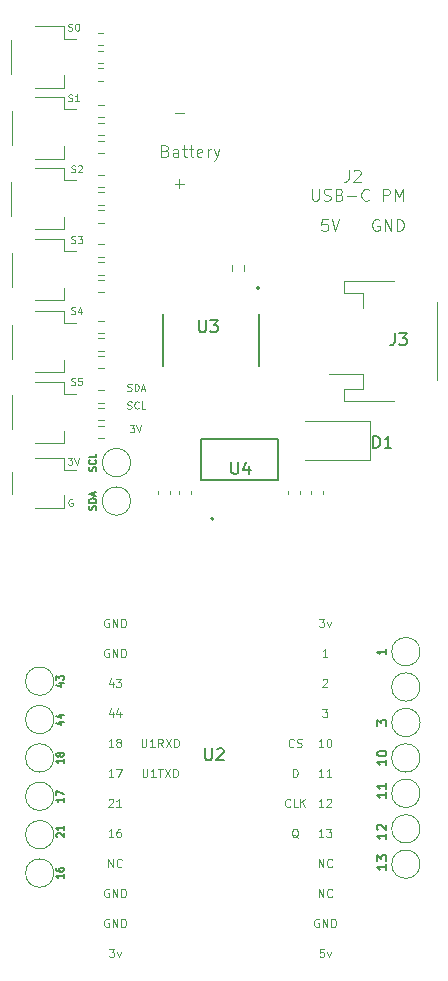
<source format=gbr>
%TF.GenerationSoftware,KiCad,Pcbnew,9.0.4*%
%TF.CreationDate,2025-08-31T21:44:59-07:00*%
%TF.ProjectId,motion-play-v4,6d6f7469-6f6e-42d7-906c-61792d76342e,rev?*%
%TF.SameCoordinates,Original*%
%TF.FileFunction,Legend,Top*%
%TF.FilePolarity,Positive*%
%FSLAX46Y46*%
G04 Gerber Fmt 4.6, Leading zero omitted, Abs format (unit mm)*
G04 Created by KiCad (PCBNEW 9.0.4) date 2025-08-31 21:44:59*
%MOMM*%
%LPD*%
G01*
G04 APERTURE LIST*
%ADD10C,0.100000*%
%ADD11C,0.150000*%
%ADD12C,0.120000*%
%ADD13C,0.127000*%
%ADD14C,0.200000*%
G04 APERTURE END LIST*
D10*
X140401503Y-98071371D02*
X140772931Y-98071371D01*
X140772931Y-98071371D02*
X140572931Y-98299942D01*
X140572931Y-98299942D02*
X140658646Y-98299942D01*
X140658646Y-98299942D02*
X140715789Y-98328514D01*
X140715789Y-98328514D02*
X140744360Y-98357085D01*
X140744360Y-98357085D02*
X140772931Y-98414228D01*
X140772931Y-98414228D02*
X140772931Y-98557085D01*
X140772931Y-98557085D02*
X140744360Y-98614228D01*
X140744360Y-98614228D02*
X140715789Y-98642800D01*
X140715789Y-98642800D02*
X140658646Y-98671371D01*
X140658646Y-98671371D02*
X140487217Y-98671371D01*
X140487217Y-98671371D02*
X140430074Y-98642800D01*
X140430074Y-98642800D02*
X140401503Y-98614228D01*
X140944360Y-98071371D02*
X141144360Y-98671371D01*
X141144360Y-98671371D02*
X141344360Y-98071371D01*
X140680074Y-73892800D02*
X140765789Y-73921371D01*
X140765789Y-73921371D02*
X140908646Y-73921371D01*
X140908646Y-73921371D02*
X140965789Y-73892800D01*
X140965789Y-73892800D02*
X140994360Y-73864228D01*
X140994360Y-73864228D02*
X141022931Y-73807085D01*
X141022931Y-73807085D02*
X141022931Y-73749942D01*
X141022931Y-73749942D02*
X140994360Y-73692800D01*
X140994360Y-73692800D02*
X140965789Y-73664228D01*
X140965789Y-73664228D02*
X140908646Y-73635657D01*
X140908646Y-73635657D02*
X140794360Y-73607085D01*
X140794360Y-73607085D02*
X140737217Y-73578514D01*
X140737217Y-73578514D02*
X140708646Y-73549942D01*
X140708646Y-73549942D02*
X140680074Y-73492800D01*
X140680074Y-73492800D02*
X140680074Y-73435657D01*
X140680074Y-73435657D02*
X140708646Y-73378514D01*
X140708646Y-73378514D02*
X140737217Y-73349942D01*
X140737217Y-73349942D02*
X140794360Y-73321371D01*
X140794360Y-73321371D02*
X140937217Y-73321371D01*
X140937217Y-73321371D02*
X141022931Y-73349942D01*
X141251503Y-73378514D02*
X141280075Y-73349942D01*
X141280075Y-73349942D02*
X141337218Y-73321371D01*
X141337218Y-73321371D02*
X141480075Y-73321371D01*
X141480075Y-73321371D02*
X141537218Y-73349942D01*
X141537218Y-73349942D02*
X141565789Y-73378514D01*
X141565789Y-73378514D02*
X141594360Y-73435657D01*
X141594360Y-73435657D02*
X141594360Y-73492800D01*
X141594360Y-73492800D02*
X141565789Y-73578514D01*
X141565789Y-73578514D02*
X141222932Y-73921371D01*
X141222932Y-73921371D02*
X141594360Y-73921371D01*
X145651503Y-95321371D02*
X146022931Y-95321371D01*
X146022931Y-95321371D02*
X145822931Y-95549942D01*
X145822931Y-95549942D02*
X145908646Y-95549942D01*
X145908646Y-95549942D02*
X145965789Y-95578514D01*
X145965789Y-95578514D02*
X145994360Y-95607085D01*
X145994360Y-95607085D02*
X146022931Y-95664228D01*
X146022931Y-95664228D02*
X146022931Y-95807085D01*
X146022931Y-95807085D02*
X145994360Y-95864228D01*
X145994360Y-95864228D02*
X145965789Y-95892800D01*
X145965789Y-95892800D02*
X145908646Y-95921371D01*
X145908646Y-95921371D02*
X145737217Y-95921371D01*
X145737217Y-95921371D02*
X145680074Y-95892800D01*
X145680074Y-95892800D02*
X145651503Y-95864228D01*
X146194360Y-95321371D02*
X146394360Y-95921371D01*
X146394360Y-95921371D02*
X146594360Y-95321371D01*
X140430074Y-61892800D02*
X140515789Y-61921371D01*
X140515789Y-61921371D02*
X140658646Y-61921371D01*
X140658646Y-61921371D02*
X140715789Y-61892800D01*
X140715789Y-61892800D02*
X140744360Y-61864228D01*
X140744360Y-61864228D02*
X140772931Y-61807085D01*
X140772931Y-61807085D02*
X140772931Y-61749942D01*
X140772931Y-61749942D02*
X140744360Y-61692800D01*
X140744360Y-61692800D02*
X140715789Y-61664228D01*
X140715789Y-61664228D02*
X140658646Y-61635657D01*
X140658646Y-61635657D02*
X140544360Y-61607085D01*
X140544360Y-61607085D02*
X140487217Y-61578514D01*
X140487217Y-61578514D02*
X140458646Y-61549942D01*
X140458646Y-61549942D02*
X140430074Y-61492800D01*
X140430074Y-61492800D02*
X140430074Y-61435657D01*
X140430074Y-61435657D02*
X140458646Y-61378514D01*
X140458646Y-61378514D02*
X140487217Y-61349942D01*
X140487217Y-61349942D02*
X140544360Y-61321371D01*
X140544360Y-61321371D02*
X140687217Y-61321371D01*
X140687217Y-61321371D02*
X140772931Y-61349942D01*
X141144360Y-61321371D02*
X141201503Y-61321371D01*
X141201503Y-61321371D02*
X141258646Y-61349942D01*
X141258646Y-61349942D02*
X141287218Y-61378514D01*
X141287218Y-61378514D02*
X141315789Y-61435657D01*
X141315789Y-61435657D02*
X141344360Y-61549942D01*
X141344360Y-61549942D02*
X141344360Y-61692800D01*
X141344360Y-61692800D02*
X141315789Y-61807085D01*
X141315789Y-61807085D02*
X141287218Y-61864228D01*
X141287218Y-61864228D02*
X141258646Y-61892800D01*
X141258646Y-61892800D02*
X141201503Y-61921371D01*
X141201503Y-61921371D02*
X141144360Y-61921371D01*
X141144360Y-61921371D02*
X141087218Y-61892800D01*
X141087218Y-61892800D02*
X141058646Y-61864228D01*
X141058646Y-61864228D02*
X141030075Y-61807085D01*
X141030075Y-61807085D02*
X141001503Y-61692800D01*
X141001503Y-61692800D02*
X141001503Y-61549942D01*
X141001503Y-61549942D02*
X141030075Y-61435657D01*
X141030075Y-61435657D02*
X141058646Y-61378514D01*
X141058646Y-61378514D02*
X141087218Y-61349942D01*
X141087218Y-61349942D02*
X141144360Y-61321371D01*
X140430074Y-67892800D02*
X140515789Y-67921371D01*
X140515789Y-67921371D02*
X140658646Y-67921371D01*
X140658646Y-67921371D02*
X140715789Y-67892800D01*
X140715789Y-67892800D02*
X140744360Y-67864228D01*
X140744360Y-67864228D02*
X140772931Y-67807085D01*
X140772931Y-67807085D02*
X140772931Y-67749942D01*
X140772931Y-67749942D02*
X140744360Y-67692800D01*
X140744360Y-67692800D02*
X140715789Y-67664228D01*
X140715789Y-67664228D02*
X140658646Y-67635657D01*
X140658646Y-67635657D02*
X140544360Y-67607085D01*
X140544360Y-67607085D02*
X140487217Y-67578514D01*
X140487217Y-67578514D02*
X140458646Y-67549942D01*
X140458646Y-67549942D02*
X140430074Y-67492800D01*
X140430074Y-67492800D02*
X140430074Y-67435657D01*
X140430074Y-67435657D02*
X140458646Y-67378514D01*
X140458646Y-67378514D02*
X140487217Y-67349942D01*
X140487217Y-67349942D02*
X140544360Y-67321371D01*
X140544360Y-67321371D02*
X140687217Y-67321371D01*
X140687217Y-67321371D02*
X140772931Y-67349942D01*
X141344360Y-67921371D02*
X141001503Y-67921371D01*
X141172932Y-67921371D02*
X141172932Y-67321371D01*
X141172932Y-67321371D02*
X141115789Y-67407085D01*
X141115789Y-67407085D02*
X141058646Y-67464228D01*
X141058646Y-67464228D02*
X141001503Y-67492800D01*
X140680074Y-85892800D02*
X140765789Y-85921371D01*
X140765789Y-85921371D02*
X140908646Y-85921371D01*
X140908646Y-85921371D02*
X140965789Y-85892800D01*
X140965789Y-85892800D02*
X140994360Y-85864228D01*
X140994360Y-85864228D02*
X141022931Y-85807085D01*
X141022931Y-85807085D02*
X141022931Y-85749942D01*
X141022931Y-85749942D02*
X140994360Y-85692800D01*
X140994360Y-85692800D02*
X140965789Y-85664228D01*
X140965789Y-85664228D02*
X140908646Y-85635657D01*
X140908646Y-85635657D02*
X140794360Y-85607085D01*
X140794360Y-85607085D02*
X140737217Y-85578514D01*
X140737217Y-85578514D02*
X140708646Y-85549942D01*
X140708646Y-85549942D02*
X140680074Y-85492800D01*
X140680074Y-85492800D02*
X140680074Y-85435657D01*
X140680074Y-85435657D02*
X140708646Y-85378514D01*
X140708646Y-85378514D02*
X140737217Y-85349942D01*
X140737217Y-85349942D02*
X140794360Y-85321371D01*
X140794360Y-85321371D02*
X140937217Y-85321371D01*
X140937217Y-85321371D02*
X141022931Y-85349942D01*
X141537218Y-85521371D02*
X141537218Y-85921371D01*
X141394360Y-85292800D02*
X141251503Y-85721371D01*
X141251503Y-85721371D02*
X141622932Y-85721371D01*
X140680074Y-79892800D02*
X140765789Y-79921371D01*
X140765789Y-79921371D02*
X140908646Y-79921371D01*
X140908646Y-79921371D02*
X140965789Y-79892800D01*
X140965789Y-79892800D02*
X140994360Y-79864228D01*
X140994360Y-79864228D02*
X141022931Y-79807085D01*
X141022931Y-79807085D02*
X141022931Y-79749942D01*
X141022931Y-79749942D02*
X140994360Y-79692800D01*
X140994360Y-79692800D02*
X140965789Y-79664228D01*
X140965789Y-79664228D02*
X140908646Y-79635657D01*
X140908646Y-79635657D02*
X140794360Y-79607085D01*
X140794360Y-79607085D02*
X140737217Y-79578514D01*
X140737217Y-79578514D02*
X140708646Y-79549942D01*
X140708646Y-79549942D02*
X140680074Y-79492800D01*
X140680074Y-79492800D02*
X140680074Y-79435657D01*
X140680074Y-79435657D02*
X140708646Y-79378514D01*
X140708646Y-79378514D02*
X140737217Y-79349942D01*
X140737217Y-79349942D02*
X140794360Y-79321371D01*
X140794360Y-79321371D02*
X140937217Y-79321371D01*
X140937217Y-79321371D02*
X141022931Y-79349942D01*
X141222932Y-79321371D02*
X141594360Y-79321371D01*
X141594360Y-79321371D02*
X141394360Y-79549942D01*
X141394360Y-79549942D02*
X141480075Y-79549942D01*
X141480075Y-79549942D02*
X141537218Y-79578514D01*
X141537218Y-79578514D02*
X141565789Y-79607085D01*
X141565789Y-79607085D02*
X141594360Y-79664228D01*
X141594360Y-79664228D02*
X141594360Y-79807085D01*
X141594360Y-79807085D02*
X141565789Y-79864228D01*
X141565789Y-79864228D02*
X141537218Y-79892800D01*
X141537218Y-79892800D02*
X141480075Y-79921371D01*
X141480075Y-79921371D02*
X141308646Y-79921371D01*
X141308646Y-79921371D02*
X141251503Y-79892800D01*
X141251503Y-79892800D02*
X141222932Y-79864228D01*
X145430074Y-93892800D02*
X145515789Y-93921371D01*
X145515789Y-93921371D02*
X145658646Y-93921371D01*
X145658646Y-93921371D02*
X145715789Y-93892800D01*
X145715789Y-93892800D02*
X145744360Y-93864228D01*
X145744360Y-93864228D02*
X145772931Y-93807085D01*
X145772931Y-93807085D02*
X145772931Y-93749942D01*
X145772931Y-93749942D02*
X145744360Y-93692800D01*
X145744360Y-93692800D02*
X145715789Y-93664228D01*
X145715789Y-93664228D02*
X145658646Y-93635657D01*
X145658646Y-93635657D02*
X145544360Y-93607085D01*
X145544360Y-93607085D02*
X145487217Y-93578514D01*
X145487217Y-93578514D02*
X145458646Y-93549942D01*
X145458646Y-93549942D02*
X145430074Y-93492800D01*
X145430074Y-93492800D02*
X145430074Y-93435657D01*
X145430074Y-93435657D02*
X145458646Y-93378514D01*
X145458646Y-93378514D02*
X145487217Y-93349942D01*
X145487217Y-93349942D02*
X145544360Y-93321371D01*
X145544360Y-93321371D02*
X145687217Y-93321371D01*
X145687217Y-93321371D02*
X145772931Y-93349942D01*
X146372932Y-93864228D02*
X146344360Y-93892800D01*
X146344360Y-93892800D02*
X146258646Y-93921371D01*
X146258646Y-93921371D02*
X146201503Y-93921371D01*
X146201503Y-93921371D02*
X146115789Y-93892800D01*
X146115789Y-93892800D02*
X146058646Y-93835657D01*
X146058646Y-93835657D02*
X146030075Y-93778514D01*
X146030075Y-93778514D02*
X146001503Y-93664228D01*
X146001503Y-93664228D02*
X146001503Y-93578514D01*
X146001503Y-93578514D02*
X146030075Y-93464228D01*
X146030075Y-93464228D02*
X146058646Y-93407085D01*
X146058646Y-93407085D02*
X146115789Y-93349942D01*
X146115789Y-93349942D02*
X146201503Y-93321371D01*
X146201503Y-93321371D02*
X146258646Y-93321371D01*
X146258646Y-93321371D02*
X146344360Y-93349942D01*
X146344360Y-93349942D02*
X146372932Y-93378514D01*
X146915789Y-93921371D02*
X146630075Y-93921371D01*
X146630075Y-93921371D02*
X146630075Y-93321371D01*
X140772931Y-101599942D02*
X140715789Y-101571371D01*
X140715789Y-101571371D02*
X140630074Y-101571371D01*
X140630074Y-101571371D02*
X140544360Y-101599942D01*
X140544360Y-101599942D02*
X140487217Y-101657085D01*
X140487217Y-101657085D02*
X140458646Y-101714228D01*
X140458646Y-101714228D02*
X140430074Y-101828514D01*
X140430074Y-101828514D02*
X140430074Y-101914228D01*
X140430074Y-101914228D02*
X140458646Y-102028514D01*
X140458646Y-102028514D02*
X140487217Y-102085657D01*
X140487217Y-102085657D02*
X140544360Y-102142800D01*
X140544360Y-102142800D02*
X140630074Y-102171371D01*
X140630074Y-102171371D02*
X140687217Y-102171371D01*
X140687217Y-102171371D02*
X140772931Y-102142800D01*
X140772931Y-102142800D02*
X140801503Y-102114228D01*
X140801503Y-102114228D02*
X140801503Y-101914228D01*
X140801503Y-101914228D02*
X140687217Y-101914228D01*
X145430074Y-92392800D02*
X145515789Y-92421371D01*
X145515789Y-92421371D02*
X145658646Y-92421371D01*
X145658646Y-92421371D02*
X145715789Y-92392800D01*
X145715789Y-92392800D02*
X145744360Y-92364228D01*
X145744360Y-92364228D02*
X145772931Y-92307085D01*
X145772931Y-92307085D02*
X145772931Y-92249942D01*
X145772931Y-92249942D02*
X145744360Y-92192800D01*
X145744360Y-92192800D02*
X145715789Y-92164228D01*
X145715789Y-92164228D02*
X145658646Y-92135657D01*
X145658646Y-92135657D02*
X145544360Y-92107085D01*
X145544360Y-92107085D02*
X145487217Y-92078514D01*
X145487217Y-92078514D02*
X145458646Y-92049942D01*
X145458646Y-92049942D02*
X145430074Y-91992800D01*
X145430074Y-91992800D02*
X145430074Y-91935657D01*
X145430074Y-91935657D02*
X145458646Y-91878514D01*
X145458646Y-91878514D02*
X145487217Y-91849942D01*
X145487217Y-91849942D02*
X145544360Y-91821371D01*
X145544360Y-91821371D02*
X145687217Y-91821371D01*
X145687217Y-91821371D02*
X145772931Y-91849942D01*
X146030075Y-92421371D02*
X146030075Y-91821371D01*
X146030075Y-91821371D02*
X146172932Y-91821371D01*
X146172932Y-91821371D02*
X146258646Y-91849942D01*
X146258646Y-91849942D02*
X146315789Y-91907085D01*
X146315789Y-91907085D02*
X146344360Y-91964228D01*
X146344360Y-91964228D02*
X146372932Y-92078514D01*
X146372932Y-92078514D02*
X146372932Y-92164228D01*
X146372932Y-92164228D02*
X146344360Y-92278514D01*
X146344360Y-92278514D02*
X146315789Y-92335657D01*
X146315789Y-92335657D02*
X146258646Y-92392800D01*
X146258646Y-92392800D02*
X146172932Y-92421371D01*
X146172932Y-92421371D02*
X146030075Y-92421371D01*
X146601503Y-92249942D02*
X146887218Y-92249942D01*
X146544360Y-92421371D02*
X146744360Y-91821371D01*
X146744360Y-91821371D02*
X146944360Y-92421371D01*
X140680074Y-91892800D02*
X140765789Y-91921371D01*
X140765789Y-91921371D02*
X140908646Y-91921371D01*
X140908646Y-91921371D02*
X140965789Y-91892800D01*
X140965789Y-91892800D02*
X140994360Y-91864228D01*
X140994360Y-91864228D02*
X141022931Y-91807085D01*
X141022931Y-91807085D02*
X141022931Y-91749942D01*
X141022931Y-91749942D02*
X140994360Y-91692800D01*
X140994360Y-91692800D02*
X140965789Y-91664228D01*
X140965789Y-91664228D02*
X140908646Y-91635657D01*
X140908646Y-91635657D02*
X140794360Y-91607085D01*
X140794360Y-91607085D02*
X140737217Y-91578514D01*
X140737217Y-91578514D02*
X140708646Y-91549942D01*
X140708646Y-91549942D02*
X140680074Y-91492800D01*
X140680074Y-91492800D02*
X140680074Y-91435657D01*
X140680074Y-91435657D02*
X140708646Y-91378514D01*
X140708646Y-91378514D02*
X140737217Y-91349942D01*
X140737217Y-91349942D02*
X140794360Y-91321371D01*
X140794360Y-91321371D02*
X140937217Y-91321371D01*
X140937217Y-91321371D02*
X141022931Y-91349942D01*
X141565789Y-91321371D02*
X141280075Y-91321371D01*
X141280075Y-91321371D02*
X141251503Y-91607085D01*
X141251503Y-91607085D02*
X141280075Y-91578514D01*
X141280075Y-91578514D02*
X141337218Y-91549942D01*
X141337218Y-91549942D02*
X141480075Y-91549942D01*
X141480075Y-91549942D02*
X141537218Y-91578514D01*
X141537218Y-91578514D02*
X141565789Y-91607085D01*
X141565789Y-91607085D02*
X141594360Y-91664228D01*
X141594360Y-91664228D02*
X141594360Y-91807085D01*
X141594360Y-91807085D02*
X141565789Y-91864228D01*
X141565789Y-91864228D02*
X141537218Y-91892800D01*
X141537218Y-91892800D02*
X141480075Y-91921371D01*
X141480075Y-91921371D02*
X141337218Y-91921371D01*
X141337218Y-91921371D02*
X141280075Y-91892800D01*
X141280075Y-91892800D02*
X141251503Y-91864228D01*
D11*
X142741200Y-102478571D02*
X142769771Y-102392857D01*
X142769771Y-102392857D02*
X142769771Y-102249999D01*
X142769771Y-102249999D02*
X142741200Y-102192857D01*
X142741200Y-102192857D02*
X142712628Y-102164285D01*
X142712628Y-102164285D02*
X142655485Y-102135714D01*
X142655485Y-102135714D02*
X142598342Y-102135714D01*
X142598342Y-102135714D02*
X142541200Y-102164285D01*
X142541200Y-102164285D02*
X142512628Y-102192857D01*
X142512628Y-102192857D02*
X142484057Y-102249999D01*
X142484057Y-102249999D02*
X142455485Y-102364285D01*
X142455485Y-102364285D02*
X142426914Y-102421428D01*
X142426914Y-102421428D02*
X142398342Y-102449999D01*
X142398342Y-102449999D02*
X142341200Y-102478571D01*
X142341200Y-102478571D02*
X142284057Y-102478571D01*
X142284057Y-102478571D02*
X142226914Y-102449999D01*
X142226914Y-102449999D02*
X142198342Y-102421428D01*
X142198342Y-102421428D02*
X142169771Y-102364285D01*
X142169771Y-102364285D02*
X142169771Y-102221428D01*
X142169771Y-102221428D02*
X142198342Y-102135714D01*
X142769771Y-101878570D02*
X142169771Y-101878570D01*
X142169771Y-101878570D02*
X142169771Y-101735713D01*
X142169771Y-101735713D02*
X142198342Y-101649999D01*
X142198342Y-101649999D02*
X142255485Y-101592856D01*
X142255485Y-101592856D02*
X142312628Y-101564285D01*
X142312628Y-101564285D02*
X142426914Y-101535713D01*
X142426914Y-101535713D02*
X142512628Y-101535713D01*
X142512628Y-101535713D02*
X142626914Y-101564285D01*
X142626914Y-101564285D02*
X142684057Y-101592856D01*
X142684057Y-101592856D02*
X142741200Y-101649999D01*
X142741200Y-101649999D02*
X142769771Y-101735713D01*
X142769771Y-101735713D02*
X142769771Y-101878570D01*
X142598342Y-101307142D02*
X142598342Y-101021428D01*
X142769771Y-101364285D02*
X142169771Y-101164285D01*
X142169771Y-101164285D02*
X142769771Y-100964285D01*
X140019771Y-126864286D02*
X140019771Y-127207143D01*
X140019771Y-127035714D02*
X139419771Y-127035714D01*
X139419771Y-127035714D02*
X139505485Y-127092857D01*
X139505485Y-127092857D02*
X139562628Y-127150000D01*
X139562628Y-127150000D02*
X139591200Y-127207143D01*
X139419771Y-126664285D02*
X139419771Y-126264285D01*
X139419771Y-126264285D02*
X140019771Y-126521428D01*
X167362295Y-129902381D02*
X167362295Y-130359524D01*
X167362295Y-130130952D02*
X166562295Y-130130952D01*
X166562295Y-130130952D02*
X166676580Y-130207143D01*
X166676580Y-130207143D02*
X166752771Y-130283333D01*
X166752771Y-130283333D02*
X166790866Y-130359524D01*
X166638485Y-129597619D02*
X166600390Y-129559523D01*
X166600390Y-129559523D02*
X166562295Y-129483333D01*
X166562295Y-129483333D02*
X166562295Y-129292857D01*
X166562295Y-129292857D02*
X166600390Y-129216666D01*
X166600390Y-129216666D02*
X166638485Y-129178571D01*
X166638485Y-129178571D02*
X166714676Y-129140476D01*
X166714676Y-129140476D02*
X166790866Y-129140476D01*
X166790866Y-129140476D02*
X166905152Y-129178571D01*
X166905152Y-129178571D02*
X167362295Y-129635714D01*
X167362295Y-129635714D02*
X167362295Y-129140476D01*
X152007163Y-122689819D02*
X152007163Y-123499342D01*
X152007163Y-123499342D02*
X152054782Y-123594580D01*
X152054782Y-123594580D02*
X152102401Y-123642200D01*
X152102401Y-123642200D02*
X152197639Y-123689819D01*
X152197639Y-123689819D02*
X152388115Y-123689819D01*
X152388115Y-123689819D02*
X152483353Y-123642200D01*
X152483353Y-123642200D02*
X152530972Y-123594580D01*
X152530972Y-123594580D02*
X152578591Y-123499342D01*
X152578591Y-123499342D02*
X152578591Y-122689819D01*
X153007163Y-122785057D02*
X153054782Y-122737438D01*
X153054782Y-122737438D02*
X153150020Y-122689819D01*
X153150020Y-122689819D02*
X153388115Y-122689819D01*
X153388115Y-122689819D02*
X153483353Y-122737438D01*
X153483353Y-122737438D02*
X153530972Y-122785057D01*
X153530972Y-122785057D02*
X153578591Y-122880295D01*
X153578591Y-122880295D02*
X153578591Y-122975533D01*
X153578591Y-122975533D02*
X153530972Y-123118390D01*
X153530972Y-123118390D02*
X152959544Y-123689819D01*
X152959544Y-123689819D02*
X153578591Y-123689819D01*
D10*
X159436666Y-125118633D02*
X159436666Y-124418633D01*
X159436666Y-124418633D02*
X159603333Y-124418633D01*
X159603333Y-124418633D02*
X159703333Y-124451966D01*
X159703333Y-124451966D02*
X159770000Y-124518633D01*
X159770000Y-124518633D02*
X159803333Y-124585300D01*
X159803333Y-124585300D02*
X159836666Y-124718633D01*
X159836666Y-124718633D02*
X159836666Y-124818633D01*
X159836666Y-124818633D02*
X159803333Y-124951966D01*
X159803333Y-124951966D02*
X159770000Y-125018633D01*
X159770000Y-125018633D02*
X159703333Y-125085300D01*
X159703333Y-125085300D02*
X159603333Y-125118633D01*
X159603333Y-125118633D02*
X159436666Y-125118633D01*
X162360000Y-114958633D02*
X161960000Y-114958633D01*
X162160000Y-114958633D02*
X162160000Y-114258633D01*
X162160000Y-114258633D02*
X162093333Y-114358633D01*
X162093333Y-114358633D02*
X162026667Y-114425300D01*
X162026667Y-114425300D02*
X161960000Y-114458633D01*
X144165617Y-119571966D02*
X144165617Y-120038633D01*
X143998951Y-119305300D02*
X143832284Y-119805300D01*
X143832284Y-119805300D02*
X144265617Y-119805300D01*
X144832284Y-119571966D02*
X144832284Y-120038633D01*
X144665618Y-119305300D02*
X144498951Y-119805300D01*
X144498951Y-119805300D02*
X144932284Y-119805300D01*
X144232284Y-130198633D02*
X143832284Y-130198633D01*
X144032284Y-130198633D02*
X144032284Y-129498633D01*
X144032284Y-129498633D02*
X143965617Y-129598633D01*
X143965617Y-129598633D02*
X143898951Y-129665300D01*
X143898951Y-129665300D02*
X143832284Y-129698633D01*
X144832284Y-129498633D02*
X144698951Y-129498633D01*
X144698951Y-129498633D02*
X144632284Y-129531966D01*
X144632284Y-129531966D02*
X144598951Y-129565300D01*
X144598951Y-129565300D02*
X144532284Y-129665300D01*
X144532284Y-129665300D02*
X144498951Y-129798633D01*
X144498951Y-129798633D02*
X144498951Y-130065300D01*
X144498951Y-130065300D02*
X144532284Y-130131966D01*
X144532284Y-130131966D02*
X144565618Y-130165300D01*
X144565618Y-130165300D02*
X144632284Y-130198633D01*
X144632284Y-130198633D02*
X144765618Y-130198633D01*
X144765618Y-130198633D02*
X144832284Y-130165300D01*
X144832284Y-130165300D02*
X144865618Y-130131966D01*
X144865618Y-130131966D02*
X144898951Y-130065300D01*
X144898951Y-130065300D02*
X144898951Y-129898633D01*
X144898951Y-129898633D02*
X144865618Y-129831966D01*
X144865618Y-129831966D02*
X144832284Y-129798633D01*
X144832284Y-129798633D02*
X144765618Y-129765300D01*
X144765618Y-129765300D02*
X144632284Y-129765300D01*
X144632284Y-129765300D02*
X144565618Y-129798633D01*
X144565618Y-129798633D02*
X144532284Y-129831966D01*
X144532284Y-129831966D02*
X144498951Y-129898633D01*
X144165617Y-117031966D02*
X144165617Y-117498633D01*
X143998951Y-116765300D02*
X143832284Y-117265300D01*
X143832284Y-117265300D02*
X144265617Y-117265300D01*
X144465618Y-116798633D02*
X144898951Y-116798633D01*
X144898951Y-116798633D02*
X144665618Y-117065300D01*
X144665618Y-117065300D02*
X144765618Y-117065300D01*
X144765618Y-117065300D02*
X144832284Y-117098633D01*
X144832284Y-117098633D02*
X144865618Y-117131966D01*
X144865618Y-117131966D02*
X144898951Y-117198633D01*
X144898951Y-117198633D02*
X144898951Y-117365300D01*
X144898951Y-117365300D02*
X144865618Y-117431966D01*
X144865618Y-117431966D02*
X144832284Y-117465300D01*
X144832284Y-117465300D02*
X144765618Y-117498633D01*
X144765618Y-117498633D02*
X144565618Y-117498633D01*
X144565618Y-117498633D02*
X144498951Y-117465300D01*
X144498951Y-117465300D02*
X144465618Y-117431966D01*
X161660000Y-111718633D02*
X162093333Y-111718633D01*
X162093333Y-111718633D02*
X161860000Y-111985300D01*
X161860000Y-111985300D02*
X161960000Y-111985300D01*
X161960000Y-111985300D02*
X162026666Y-112018633D01*
X162026666Y-112018633D02*
X162060000Y-112051966D01*
X162060000Y-112051966D02*
X162093333Y-112118633D01*
X162093333Y-112118633D02*
X162093333Y-112285300D01*
X162093333Y-112285300D02*
X162060000Y-112351966D01*
X162060000Y-112351966D02*
X162026666Y-112385300D01*
X162026666Y-112385300D02*
X161960000Y-112418633D01*
X161960000Y-112418633D02*
X161760000Y-112418633D01*
X161760000Y-112418633D02*
X161693333Y-112385300D01*
X161693333Y-112385300D02*
X161660000Y-112351966D01*
X162326667Y-111951966D02*
X162493333Y-112418633D01*
X162493333Y-112418633D02*
X162660000Y-111951966D01*
X143846667Y-111751966D02*
X143780000Y-111718633D01*
X143780000Y-111718633D02*
X143680000Y-111718633D01*
X143680000Y-111718633D02*
X143580000Y-111751966D01*
X143580000Y-111751966D02*
X143513334Y-111818633D01*
X143513334Y-111818633D02*
X143480000Y-111885300D01*
X143480000Y-111885300D02*
X143446667Y-112018633D01*
X143446667Y-112018633D02*
X143446667Y-112118633D01*
X143446667Y-112118633D02*
X143480000Y-112251966D01*
X143480000Y-112251966D02*
X143513334Y-112318633D01*
X143513334Y-112318633D02*
X143580000Y-112385300D01*
X143580000Y-112385300D02*
X143680000Y-112418633D01*
X143680000Y-112418633D02*
X143746667Y-112418633D01*
X143746667Y-112418633D02*
X143846667Y-112385300D01*
X143846667Y-112385300D02*
X143880000Y-112351966D01*
X143880000Y-112351966D02*
X143880000Y-112118633D01*
X143880000Y-112118633D02*
X143746667Y-112118633D01*
X144180000Y-112418633D02*
X144180000Y-111718633D01*
X144180000Y-111718633D02*
X144580000Y-112418633D01*
X144580000Y-112418633D02*
X144580000Y-111718633D01*
X144913333Y-112418633D02*
X144913333Y-111718633D01*
X144913333Y-111718633D02*
X145080000Y-111718633D01*
X145080000Y-111718633D02*
X145180000Y-111751966D01*
X145180000Y-111751966D02*
X145246667Y-111818633D01*
X145246667Y-111818633D02*
X145280000Y-111885300D01*
X145280000Y-111885300D02*
X145313333Y-112018633D01*
X145313333Y-112018633D02*
X145313333Y-112118633D01*
X145313333Y-112118633D02*
X145280000Y-112251966D01*
X145280000Y-112251966D02*
X145246667Y-112318633D01*
X145246667Y-112318633D02*
X145180000Y-112385300D01*
X145180000Y-112385300D02*
X145080000Y-112418633D01*
X145080000Y-112418633D02*
X144913333Y-112418633D01*
X143846667Y-137151966D02*
X143780000Y-137118633D01*
X143780000Y-137118633D02*
X143680000Y-137118633D01*
X143680000Y-137118633D02*
X143580000Y-137151966D01*
X143580000Y-137151966D02*
X143513334Y-137218633D01*
X143513334Y-137218633D02*
X143480000Y-137285300D01*
X143480000Y-137285300D02*
X143446667Y-137418633D01*
X143446667Y-137418633D02*
X143446667Y-137518633D01*
X143446667Y-137518633D02*
X143480000Y-137651966D01*
X143480000Y-137651966D02*
X143513334Y-137718633D01*
X143513334Y-137718633D02*
X143580000Y-137785300D01*
X143580000Y-137785300D02*
X143680000Y-137818633D01*
X143680000Y-137818633D02*
X143746667Y-137818633D01*
X143746667Y-137818633D02*
X143846667Y-137785300D01*
X143846667Y-137785300D02*
X143880000Y-137751966D01*
X143880000Y-137751966D02*
X143880000Y-137518633D01*
X143880000Y-137518633D02*
X143746667Y-137518633D01*
X144180000Y-137818633D02*
X144180000Y-137118633D01*
X144180000Y-137118633D02*
X144580000Y-137818633D01*
X144580000Y-137818633D02*
X144580000Y-137118633D01*
X144913333Y-137818633D02*
X144913333Y-137118633D01*
X144913333Y-137118633D02*
X145080000Y-137118633D01*
X145080000Y-137118633D02*
X145180000Y-137151966D01*
X145180000Y-137151966D02*
X145246667Y-137218633D01*
X145246667Y-137218633D02*
X145280000Y-137285300D01*
X145280000Y-137285300D02*
X145313333Y-137418633D01*
X145313333Y-137418633D02*
X145313333Y-137518633D01*
X145313333Y-137518633D02*
X145280000Y-137651966D01*
X145280000Y-137651966D02*
X145246667Y-137718633D01*
X145246667Y-137718633D02*
X145180000Y-137785300D01*
X145180000Y-137785300D02*
X145080000Y-137818633D01*
X145080000Y-137818633D02*
X144913333Y-137818633D01*
X162026666Y-125118633D02*
X161626666Y-125118633D01*
X161826666Y-125118633D02*
X161826666Y-124418633D01*
X161826666Y-124418633D02*
X161759999Y-124518633D01*
X161759999Y-124518633D02*
X161693333Y-124585300D01*
X161693333Y-124585300D02*
X161626666Y-124618633D01*
X162693333Y-125118633D02*
X162293333Y-125118633D01*
X162493333Y-125118633D02*
X162493333Y-124418633D01*
X162493333Y-124418633D02*
X162426666Y-124518633D01*
X162426666Y-124518633D02*
X162360000Y-124585300D01*
X162360000Y-124585300D02*
X162293333Y-124618633D01*
X161960000Y-116865300D02*
X161993333Y-116831966D01*
X161993333Y-116831966D02*
X162060000Y-116798633D01*
X162060000Y-116798633D02*
X162226667Y-116798633D01*
X162226667Y-116798633D02*
X162293333Y-116831966D01*
X162293333Y-116831966D02*
X162326667Y-116865300D01*
X162326667Y-116865300D02*
X162360000Y-116931966D01*
X162360000Y-116931966D02*
X162360000Y-116998633D01*
X162360000Y-116998633D02*
X162326667Y-117098633D01*
X162326667Y-117098633D02*
X161926667Y-117498633D01*
X161926667Y-117498633D02*
X162360000Y-117498633D01*
X161926667Y-119338633D02*
X162360000Y-119338633D01*
X162360000Y-119338633D02*
X162126667Y-119605300D01*
X162126667Y-119605300D02*
X162226667Y-119605300D01*
X162226667Y-119605300D02*
X162293333Y-119638633D01*
X162293333Y-119638633D02*
X162326667Y-119671966D01*
X162326667Y-119671966D02*
X162360000Y-119738633D01*
X162360000Y-119738633D02*
X162360000Y-119905300D01*
X162360000Y-119905300D02*
X162326667Y-119971966D01*
X162326667Y-119971966D02*
X162293333Y-120005300D01*
X162293333Y-120005300D02*
X162226667Y-120038633D01*
X162226667Y-120038633D02*
X162026667Y-120038633D01*
X162026667Y-120038633D02*
X161960000Y-120005300D01*
X161960000Y-120005300D02*
X161926667Y-119971966D01*
X143846667Y-114291966D02*
X143780000Y-114258633D01*
X143780000Y-114258633D02*
X143680000Y-114258633D01*
X143680000Y-114258633D02*
X143580000Y-114291966D01*
X143580000Y-114291966D02*
X143513334Y-114358633D01*
X143513334Y-114358633D02*
X143480000Y-114425300D01*
X143480000Y-114425300D02*
X143446667Y-114558633D01*
X143446667Y-114558633D02*
X143446667Y-114658633D01*
X143446667Y-114658633D02*
X143480000Y-114791966D01*
X143480000Y-114791966D02*
X143513334Y-114858633D01*
X143513334Y-114858633D02*
X143580000Y-114925300D01*
X143580000Y-114925300D02*
X143680000Y-114958633D01*
X143680000Y-114958633D02*
X143746667Y-114958633D01*
X143746667Y-114958633D02*
X143846667Y-114925300D01*
X143846667Y-114925300D02*
X143880000Y-114891966D01*
X143880000Y-114891966D02*
X143880000Y-114658633D01*
X143880000Y-114658633D02*
X143746667Y-114658633D01*
X144180000Y-114958633D02*
X144180000Y-114258633D01*
X144180000Y-114258633D02*
X144580000Y-114958633D01*
X144580000Y-114958633D02*
X144580000Y-114258633D01*
X144913333Y-114958633D02*
X144913333Y-114258633D01*
X144913333Y-114258633D02*
X145080000Y-114258633D01*
X145080000Y-114258633D02*
X145180000Y-114291966D01*
X145180000Y-114291966D02*
X145246667Y-114358633D01*
X145246667Y-114358633D02*
X145280000Y-114425300D01*
X145280000Y-114425300D02*
X145313333Y-114558633D01*
X145313333Y-114558633D02*
X145313333Y-114658633D01*
X145313333Y-114658633D02*
X145280000Y-114791966D01*
X145280000Y-114791966D02*
X145246667Y-114858633D01*
X145246667Y-114858633D02*
X145180000Y-114925300D01*
X145180000Y-114925300D02*
X145080000Y-114958633D01*
X145080000Y-114958633D02*
X144913333Y-114958633D01*
X162026666Y-122578633D02*
X161626666Y-122578633D01*
X161826666Y-122578633D02*
X161826666Y-121878633D01*
X161826666Y-121878633D02*
X161759999Y-121978633D01*
X161759999Y-121978633D02*
X161693333Y-122045300D01*
X161693333Y-122045300D02*
X161626666Y-122078633D01*
X162460000Y-121878633D02*
X162526666Y-121878633D01*
X162526666Y-121878633D02*
X162593333Y-121911966D01*
X162593333Y-121911966D02*
X162626666Y-121945300D01*
X162626666Y-121945300D02*
X162660000Y-122011966D01*
X162660000Y-122011966D02*
X162693333Y-122145300D01*
X162693333Y-122145300D02*
X162693333Y-122311966D01*
X162693333Y-122311966D02*
X162660000Y-122445300D01*
X162660000Y-122445300D02*
X162626666Y-122511966D01*
X162626666Y-122511966D02*
X162593333Y-122545300D01*
X162593333Y-122545300D02*
X162526666Y-122578633D01*
X162526666Y-122578633D02*
X162460000Y-122578633D01*
X162460000Y-122578633D02*
X162393333Y-122545300D01*
X162393333Y-122545300D02*
X162360000Y-122511966D01*
X162360000Y-122511966D02*
X162326666Y-122445300D01*
X162326666Y-122445300D02*
X162293333Y-122311966D01*
X162293333Y-122311966D02*
X162293333Y-122145300D01*
X162293333Y-122145300D02*
X162326666Y-122011966D01*
X162326666Y-122011966D02*
X162360000Y-121945300D01*
X162360000Y-121945300D02*
X162393333Y-121911966D01*
X162393333Y-121911966D02*
X162460000Y-121878633D01*
X144232284Y-125118633D02*
X143832284Y-125118633D01*
X144032284Y-125118633D02*
X144032284Y-124418633D01*
X144032284Y-124418633D02*
X143965617Y-124518633D01*
X143965617Y-124518633D02*
X143898951Y-124585300D01*
X143898951Y-124585300D02*
X143832284Y-124618633D01*
X144465618Y-124418633D02*
X144932284Y-124418633D01*
X144932284Y-124418633D02*
X144632284Y-125118633D01*
X162060000Y-139658633D02*
X161726666Y-139658633D01*
X161726666Y-139658633D02*
X161693333Y-139991966D01*
X161693333Y-139991966D02*
X161726666Y-139958633D01*
X161726666Y-139958633D02*
X161793333Y-139925300D01*
X161793333Y-139925300D02*
X161960000Y-139925300D01*
X161960000Y-139925300D02*
X162026666Y-139958633D01*
X162026666Y-139958633D02*
X162060000Y-139991966D01*
X162060000Y-139991966D02*
X162093333Y-140058633D01*
X162093333Y-140058633D02*
X162093333Y-140225300D01*
X162093333Y-140225300D02*
X162060000Y-140291966D01*
X162060000Y-140291966D02*
X162026666Y-140325300D01*
X162026666Y-140325300D02*
X161960000Y-140358633D01*
X161960000Y-140358633D02*
X161793333Y-140358633D01*
X161793333Y-140358633D02*
X161726666Y-140325300D01*
X161726666Y-140325300D02*
X161693333Y-140291966D01*
X162326667Y-139891966D02*
X162493333Y-140358633D01*
X162493333Y-140358633D02*
X162660000Y-139891966D01*
X162026666Y-127658633D02*
X161626666Y-127658633D01*
X161826666Y-127658633D02*
X161826666Y-126958633D01*
X161826666Y-126958633D02*
X161759999Y-127058633D01*
X161759999Y-127058633D02*
X161693333Y-127125300D01*
X161693333Y-127125300D02*
X161626666Y-127158633D01*
X162293333Y-127025300D02*
X162326666Y-126991966D01*
X162326666Y-126991966D02*
X162393333Y-126958633D01*
X162393333Y-126958633D02*
X162560000Y-126958633D01*
X162560000Y-126958633D02*
X162626666Y-126991966D01*
X162626666Y-126991966D02*
X162660000Y-127025300D01*
X162660000Y-127025300D02*
X162693333Y-127091966D01*
X162693333Y-127091966D02*
X162693333Y-127158633D01*
X162693333Y-127158633D02*
X162660000Y-127258633D01*
X162660000Y-127258633D02*
X162260000Y-127658633D01*
X162260000Y-127658633D02*
X162693333Y-127658633D01*
X143832284Y-127025300D02*
X143865617Y-126991966D01*
X143865617Y-126991966D02*
X143932284Y-126958633D01*
X143932284Y-126958633D02*
X144098951Y-126958633D01*
X144098951Y-126958633D02*
X144165617Y-126991966D01*
X144165617Y-126991966D02*
X144198951Y-127025300D01*
X144198951Y-127025300D02*
X144232284Y-127091966D01*
X144232284Y-127091966D02*
X144232284Y-127158633D01*
X144232284Y-127158633D02*
X144198951Y-127258633D01*
X144198951Y-127258633D02*
X143798951Y-127658633D01*
X143798951Y-127658633D02*
X144232284Y-127658633D01*
X144898951Y-127658633D02*
X144498951Y-127658633D01*
X144698951Y-127658633D02*
X144698951Y-126958633D01*
X144698951Y-126958633D02*
X144632284Y-127058633D01*
X144632284Y-127058633D02*
X144565618Y-127125300D01*
X144565618Y-127125300D02*
X144498951Y-127158633D01*
X161610000Y-132738633D02*
X161610000Y-132038633D01*
X161610000Y-132038633D02*
X162010000Y-132738633D01*
X162010000Y-132738633D02*
X162010000Y-132038633D01*
X162743333Y-132671966D02*
X162710000Y-132705300D01*
X162710000Y-132705300D02*
X162610000Y-132738633D01*
X162610000Y-132738633D02*
X162543333Y-132738633D01*
X162543333Y-132738633D02*
X162443333Y-132705300D01*
X162443333Y-132705300D02*
X162376667Y-132638633D01*
X162376667Y-132638633D02*
X162343333Y-132571966D01*
X162343333Y-132571966D02*
X162310000Y-132438633D01*
X162310000Y-132438633D02*
X162310000Y-132338633D01*
X162310000Y-132338633D02*
X162343333Y-132205300D01*
X162343333Y-132205300D02*
X162376667Y-132138633D01*
X162376667Y-132138633D02*
X162443333Y-132071966D01*
X162443333Y-132071966D02*
X162543333Y-132038633D01*
X162543333Y-132038633D02*
X162610000Y-132038633D01*
X162610000Y-132038633D02*
X162710000Y-132071966D01*
X162710000Y-132071966D02*
X162743333Y-132105300D01*
X161626667Y-137151966D02*
X161560000Y-137118633D01*
X161560000Y-137118633D02*
X161460000Y-137118633D01*
X161460000Y-137118633D02*
X161360000Y-137151966D01*
X161360000Y-137151966D02*
X161293334Y-137218633D01*
X161293334Y-137218633D02*
X161260000Y-137285300D01*
X161260000Y-137285300D02*
X161226667Y-137418633D01*
X161226667Y-137418633D02*
X161226667Y-137518633D01*
X161226667Y-137518633D02*
X161260000Y-137651966D01*
X161260000Y-137651966D02*
X161293334Y-137718633D01*
X161293334Y-137718633D02*
X161360000Y-137785300D01*
X161360000Y-137785300D02*
X161460000Y-137818633D01*
X161460000Y-137818633D02*
X161526667Y-137818633D01*
X161526667Y-137818633D02*
X161626667Y-137785300D01*
X161626667Y-137785300D02*
X161660000Y-137751966D01*
X161660000Y-137751966D02*
X161660000Y-137518633D01*
X161660000Y-137518633D02*
X161526667Y-137518633D01*
X161960000Y-137818633D02*
X161960000Y-137118633D01*
X161960000Y-137118633D02*
X162360000Y-137818633D01*
X162360000Y-137818633D02*
X162360000Y-137118633D01*
X162693333Y-137818633D02*
X162693333Y-137118633D01*
X162693333Y-137118633D02*
X162860000Y-137118633D01*
X162860000Y-137118633D02*
X162960000Y-137151966D01*
X162960000Y-137151966D02*
X163026667Y-137218633D01*
X163026667Y-137218633D02*
X163060000Y-137285300D01*
X163060000Y-137285300D02*
X163093333Y-137418633D01*
X163093333Y-137418633D02*
X163093333Y-137518633D01*
X163093333Y-137518633D02*
X163060000Y-137651966D01*
X163060000Y-137651966D02*
X163026667Y-137718633D01*
X163026667Y-137718633D02*
X162960000Y-137785300D01*
X162960000Y-137785300D02*
X162860000Y-137818633D01*
X162860000Y-137818633D02*
X162693333Y-137818633D01*
X162026666Y-130198633D02*
X161626666Y-130198633D01*
X161826666Y-130198633D02*
X161826666Y-129498633D01*
X161826666Y-129498633D02*
X161759999Y-129598633D01*
X161759999Y-129598633D02*
X161693333Y-129665300D01*
X161693333Y-129665300D02*
X161626666Y-129698633D01*
X162260000Y-129498633D02*
X162693333Y-129498633D01*
X162693333Y-129498633D02*
X162460000Y-129765300D01*
X162460000Y-129765300D02*
X162560000Y-129765300D01*
X162560000Y-129765300D02*
X162626666Y-129798633D01*
X162626666Y-129798633D02*
X162660000Y-129831966D01*
X162660000Y-129831966D02*
X162693333Y-129898633D01*
X162693333Y-129898633D02*
X162693333Y-130065300D01*
X162693333Y-130065300D02*
X162660000Y-130131966D01*
X162660000Y-130131966D02*
X162626666Y-130165300D01*
X162626666Y-130165300D02*
X162560000Y-130198633D01*
X162560000Y-130198633D02*
X162360000Y-130198633D01*
X162360000Y-130198633D02*
X162293333Y-130165300D01*
X162293333Y-130165300D02*
X162260000Y-130131966D01*
X159503333Y-122511966D02*
X159470000Y-122545300D01*
X159470000Y-122545300D02*
X159370000Y-122578633D01*
X159370000Y-122578633D02*
X159303333Y-122578633D01*
X159303333Y-122578633D02*
X159203333Y-122545300D01*
X159203333Y-122545300D02*
X159136667Y-122478633D01*
X159136667Y-122478633D02*
X159103333Y-122411966D01*
X159103333Y-122411966D02*
X159070000Y-122278633D01*
X159070000Y-122278633D02*
X159070000Y-122178633D01*
X159070000Y-122178633D02*
X159103333Y-122045300D01*
X159103333Y-122045300D02*
X159136667Y-121978633D01*
X159136667Y-121978633D02*
X159203333Y-121911966D01*
X159203333Y-121911966D02*
X159303333Y-121878633D01*
X159303333Y-121878633D02*
X159370000Y-121878633D01*
X159370000Y-121878633D02*
X159470000Y-121911966D01*
X159470000Y-121911966D02*
X159503333Y-121945300D01*
X159770000Y-122545300D02*
X159870000Y-122578633D01*
X159870000Y-122578633D02*
X160036667Y-122578633D01*
X160036667Y-122578633D02*
X160103333Y-122545300D01*
X160103333Y-122545300D02*
X160136667Y-122511966D01*
X160136667Y-122511966D02*
X160170000Y-122445300D01*
X160170000Y-122445300D02*
X160170000Y-122378633D01*
X160170000Y-122378633D02*
X160136667Y-122311966D01*
X160136667Y-122311966D02*
X160103333Y-122278633D01*
X160103333Y-122278633D02*
X160036667Y-122245300D01*
X160036667Y-122245300D02*
X159903333Y-122211966D01*
X159903333Y-122211966D02*
X159836667Y-122178633D01*
X159836667Y-122178633D02*
X159803333Y-122145300D01*
X159803333Y-122145300D02*
X159770000Y-122078633D01*
X159770000Y-122078633D02*
X159770000Y-122011966D01*
X159770000Y-122011966D02*
X159803333Y-121945300D01*
X159803333Y-121945300D02*
X159836667Y-121911966D01*
X159836667Y-121911966D02*
X159903333Y-121878633D01*
X159903333Y-121878633D02*
X160070000Y-121878633D01*
X160070000Y-121878633D02*
X160170000Y-121911966D01*
X159203333Y-127591966D02*
X159170000Y-127625300D01*
X159170000Y-127625300D02*
X159070000Y-127658633D01*
X159070000Y-127658633D02*
X159003333Y-127658633D01*
X159003333Y-127658633D02*
X158903333Y-127625300D01*
X158903333Y-127625300D02*
X158836667Y-127558633D01*
X158836667Y-127558633D02*
X158803333Y-127491966D01*
X158803333Y-127491966D02*
X158770000Y-127358633D01*
X158770000Y-127358633D02*
X158770000Y-127258633D01*
X158770000Y-127258633D02*
X158803333Y-127125300D01*
X158803333Y-127125300D02*
X158836667Y-127058633D01*
X158836667Y-127058633D02*
X158903333Y-126991966D01*
X158903333Y-126991966D02*
X159003333Y-126958633D01*
X159003333Y-126958633D02*
X159070000Y-126958633D01*
X159070000Y-126958633D02*
X159170000Y-126991966D01*
X159170000Y-126991966D02*
X159203333Y-127025300D01*
X159836667Y-127658633D02*
X159503333Y-127658633D01*
X159503333Y-127658633D02*
X159503333Y-126958633D01*
X160070000Y-127658633D02*
X160070000Y-126958633D01*
X160470000Y-127658633D02*
X160170000Y-127258633D01*
X160470000Y-126958633D02*
X160070000Y-127358633D01*
X161610000Y-135278633D02*
X161610000Y-134578633D01*
X161610000Y-134578633D02*
X162010000Y-135278633D01*
X162010000Y-135278633D02*
X162010000Y-134578633D01*
X162743333Y-135211966D02*
X162710000Y-135245300D01*
X162710000Y-135245300D02*
X162610000Y-135278633D01*
X162610000Y-135278633D02*
X162543333Y-135278633D01*
X162543333Y-135278633D02*
X162443333Y-135245300D01*
X162443333Y-135245300D02*
X162376667Y-135178633D01*
X162376667Y-135178633D02*
X162343333Y-135111966D01*
X162343333Y-135111966D02*
X162310000Y-134978633D01*
X162310000Y-134978633D02*
X162310000Y-134878633D01*
X162310000Y-134878633D02*
X162343333Y-134745300D01*
X162343333Y-134745300D02*
X162376667Y-134678633D01*
X162376667Y-134678633D02*
X162443333Y-134611966D01*
X162443333Y-134611966D02*
X162543333Y-134578633D01*
X162543333Y-134578633D02*
X162610000Y-134578633D01*
X162610000Y-134578633D02*
X162710000Y-134611966D01*
X162710000Y-134611966D02*
X162743333Y-134645300D01*
X146623333Y-121878633D02*
X146623333Y-122445300D01*
X146623333Y-122445300D02*
X146656667Y-122511966D01*
X146656667Y-122511966D02*
X146690000Y-122545300D01*
X146690000Y-122545300D02*
X146756667Y-122578633D01*
X146756667Y-122578633D02*
X146890000Y-122578633D01*
X146890000Y-122578633D02*
X146956667Y-122545300D01*
X146956667Y-122545300D02*
X146990000Y-122511966D01*
X146990000Y-122511966D02*
X147023333Y-122445300D01*
X147023333Y-122445300D02*
X147023333Y-121878633D01*
X147723333Y-122578633D02*
X147323333Y-122578633D01*
X147523333Y-122578633D02*
X147523333Y-121878633D01*
X147523333Y-121878633D02*
X147456666Y-121978633D01*
X147456666Y-121978633D02*
X147390000Y-122045300D01*
X147390000Y-122045300D02*
X147323333Y-122078633D01*
X148423333Y-122578633D02*
X148190000Y-122245300D01*
X148023333Y-122578633D02*
X148023333Y-121878633D01*
X148023333Y-121878633D02*
X148290000Y-121878633D01*
X148290000Y-121878633D02*
X148356667Y-121911966D01*
X148356667Y-121911966D02*
X148390000Y-121945300D01*
X148390000Y-121945300D02*
X148423333Y-122011966D01*
X148423333Y-122011966D02*
X148423333Y-122111966D01*
X148423333Y-122111966D02*
X148390000Y-122178633D01*
X148390000Y-122178633D02*
X148356667Y-122211966D01*
X148356667Y-122211966D02*
X148290000Y-122245300D01*
X148290000Y-122245300D02*
X148023333Y-122245300D01*
X148656667Y-121878633D02*
X149123333Y-122578633D01*
X149123333Y-121878633D02*
X148656667Y-122578633D01*
X149390000Y-122578633D02*
X149390000Y-121878633D01*
X149390000Y-121878633D02*
X149556667Y-121878633D01*
X149556667Y-121878633D02*
X149656667Y-121911966D01*
X149656667Y-121911966D02*
X149723334Y-121978633D01*
X149723334Y-121978633D02*
X149756667Y-122045300D01*
X149756667Y-122045300D02*
X149790000Y-122178633D01*
X149790000Y-122178633D02*
X149790000Y-122278633D01*
X149790000Y-122278633D02*
X149756667Y-122411966D01*
X149756667Y-122411966D02*
X149723334Y-122478633D01*
X149723334Y-122478633D02*
X149656667Y-122545300D01*
X149656667Y-122545300D02*
X149556667Y-122578633D01*
X149556667Y-122578633D02*
X149390000Y-122578633D01*
X143880000Y-139658633D02*
X144313333Y-139658633D01*
X144313333Y-139658633D02*
X144080000Y-139925300D01*
X144080000Y-139925300D02*
X144180000Y-139925300D01*
X144180000Y-139925300D02*
X144246666Y-139958633D01*
X144246666Y-139958633D02*
X144280000Y-139991966D01*
X144280000Y-139991966D02*
X144313333Y-140058633D01*
X144313333Y-140058633D02*
X144313333Y-140225300D01*
X144313333Y-140225300D02*
X144280000Y-140291966D01*
X144280000Y-140291966D02*
X144246666Y-140325300D01*
X144246666Y-140325300D02*
X144180000Y-140358633D01*
X144180000Y-140358633D02*
X143980000Y-140358633D01*
X143980000Y-140358633D02*
X143913333Y-140325300D01*
X143913333Y-140325300D02*
X143880000Y-140291966D01*
X144546667Y-139891966D02*
X144713333Y-140358633D01*
X144713333Y-140358633D02*
X144880000Y-139891966D01*
X143846667Y-134611966D02*
X143780000Y-134578633D01*
X143780000Y-134578633D02*
X143680000Y-134578633D01*
X143680000Y-134578633D02*
X143580000Y-134611966D01*
X143580000Y-134611966D02*
X143513334Y-134678633D01*
X143513334Y-134678633D02*
X143480000Y-134745300D01*
X143480000Y-134745300D02*
X143446667Y-134878633D01*
X143446667Y-134878633D02*
X143446667Y-134978633D01*
X143446667Y-134978633D02*
X143480000Y-135111966D01*
X143480000Y-135111966D02*
X143513334Y-135178633D01*
X143513334Y-135178633D02*
X143580000Y-135245300D01*
X143580000Y-135245300D02*
X143680000Y-135278633D01*
X143680000Y-135278633D02*
X143746667Y-135278633D01*
X143746667Y-135278633D02*
X143846667Y-135245300D01*
X143846667Y-135245300D02*
X143880000Y-135211966D01*
X143880000Y-135211966D02*
X143880000Y-134978633D01*
X143880000Y-134978633D02*
X143746667Y-134978633D01*
X144180000Y-135278633D02*
X144180000Y-134578633D01*
X144180000Y-134578633D02*
X144580000Y-135278633D01*
X144580000Y-135278633D02*
X144580000Y-134578633D01*
X144913333Y-135278633D02*
X144913333Y-134578633D01*
X144913333Y-134578633D02*
X145080000Y-134578633D01*
X145080000Y-134578633D02*
X145180000Y-134611966D01*
X145180000Y-134611966D02*
X145246667Y-134678633D01*
X145246667Y-134678633D02*
X145280000Y-134745300D01*
X145280000Y-134745300D02*
X145313333Y-134878633D01*
X145313333Y-134878633D02*
X145313333Y-134978633D01*
X145313333Y-134978633D02*
X145280000Y-135111966D01*
X145280000Y-135111966D02*
X145246667Y-135178633D01*
X145246667Y-135178633D02*
X145180000Y-135245300D01*
X145180000Y-135245300D02*
X145080000Y-135278633D01*
X145080000Y-135278633D02*
X144913333Y-135278633D01*
X143815618Y-132738633D02*
X143815618Y-132038633D01*
X143815618Y-132038633D02*
X144215618Y-132738633D01*
X144215618Y-132738633D02*
X144215618Y-132038633D01*
X144948951Y-132671966D02*
X144915618Y-132705300D01*
X144915618Y-132705300D02*
X144815618Y-132738633D01*
X144815618Y-132738633D02*
X144748951Y-132738633D01*
X144748951Y-132738633D02*
X144648951Y-132705300D01*
X144648951Y-132705300D02*
X144582285Y-132638633D01*
X144582285Y-132638633D02*
X144548951Y-132571966D01*
X144548951Y-132571966D02*
X144515618Y-132438633D01*
X144515618Y-132438633D02*
X144515618Y-132338633D01*
X144515618Y-132338633D02*
X144548951Y-132205300D01*
X144548951Y-132205300D02*
X144582285Y-132138633D01*
X144582285Y-132138633D02*
X144648951Y-132071966D01*
X144648951Y-132071966D02*
X144748951Y-132038633D01*
X144748951Y-132038633D02*
X144815618Y-132038633D01*
X144815618Y-132038633D02*
X144915618Y-132071966D01*
X144915618Y-132071966D02*
X144948951Y-132105300D01*
X146706666Y-124418633D02*
X146706666Y-124985300D01*
X146706666Y-124985300D02*
X146740000Y-125051966D01*
X146740000Y-125051966D02*
X146773333Y-125085300D01*
X146773333Y-125085300D02*
X146840000Y-125118633D01*
X146840000Y-125118633D02*
X146973333Y-125118633D01*
X146973333Y-125118633D02*
X147040000Y-125085300D01*
X147040000Y-125085300D02*
X147073333Y-125051966D01*
X147073333Y-125051966D02*
X147106666Y-124985300D01*
X147106666Y-124985300D02*
X147106666Y-124418633D01*
X147806666Y-125118633D02*
X147406666Y-125118633D01*
X147606666Y-125118633D02*
X147606666Y-124418633D01*
X147606666Y-124418633D02*
X147539999Y-124518633D01*
X147539999Y-124518633D02*
X147473333Y-124585300D01*
X147473333Y-124585300D02*
X147406666Y-124618633D01*
X148006666Y-124418633D02*
X148406666Y-124418633D01*
X148206666Y-125118633D02*
X148206666Y-124418633D01*
X148573333Y-124418633D02*
X149039999Y-125118633D01*
X149039999Y-124418633D02*
X148573333Y-125118633D01*
X149306666Y-125118633D02*
X149306666Y-124418633D01*
X149306666Y-124418633D02*
X149473333Y-124418633D01*
X149473333Y-124418633D02*
X149573333Y-124451966D01*
X149573333Y-124451966D02*
X149640000Y-124518633D01*
X149640000Y-124518633D02*
X149673333Y-124585300D01*
X149673333Y-124585300D02*
X149706666Y-124718633D01*
X149706666Y-124718633D02*
X149706666Y-124818633D01*
X149706666Y-124818633D02*
X149673333Y-124951966D01*
X149673333Y-124951966D02*
X149640000Y-125018633D01*
X149640000Y-125018633D02*
X149573333Y-125085300D01*
X149573333Y-125085300D02*
X149473333Y-125118633D01*
X149473333Y-125118633D02*
X149306666Y-125118633D01*
X144232284Y-122578633D02*
X143832284Y-122578633D01*
X144032284Y-122578633D02*
X144032284Y-121878633D01*
X144032284Y-121878633D02*
X143965617Y-121978633D01*
X143965617Y-121978633D02*
X143898951Y-122045300D01*
X143898951Y-122045300D02*
X143832284Y-122078633D01*
X144632284Y-122178633D02*
X144565618Y-122145300D01*
X144565618Y-122145300D02*
X144532284Y-122111966D01*
X144532284Y-122111966D02*
X144498951Y-122045300D01*
X144498951Y-122045300D02*
X144498951Y-122011966D01*
X144498951Y-122011966D02*
X144532284Y-121945300D01*
X144532284Y-121945300D02*
X144565618Y-121911966D01*
X144565618Y-121911966D02*
X144632284Y-121878633D01*
X144632284Y-121878633D02*
X144765618Y-121878633D01*
X144765618Y-121878633D02*
X144832284Y-121911966D01*
X144832284Y-121911966D02*
X144865618Y-121945300D01*
X144865618Y-121945300D02*
X144898951Y-122011966D01*
X144898951Y-122011966D02*
X144898951Y-122045300D01*
X144898951Y-122045300D02*
X144865618Y-122111966D01*
X144865618Y-122111966D02*
X144832284Y-122145300D01*
X144832284Y-122145300D02*
X144765618Y-122178633D01*
X144765618Y-122178633D02*
X144632284Y-122178633D01*
X144632284Y-122178633D02*
X144565618Y-122211966D01*
X144565618Y-122211966D02*
X144532284Y-122245300D01*
X144532284Y-122245300D02*
X144498951Y-122311966D01*
X144498951Y-122311966D02*
X144498951Y-122445300D01*
X144498951Y-122445300D02*
X144532284Y-122511966D01*
X144532284Y-122511966D02*
X144565618Y-122545300D01*
X144565618Y-122545300D02*
X144632284Y-122578633D01*
X144632284Y-122578633D02*
X144765618Y-122578633D01*
X144765618Y-122578633D02*
X144832284Y-122545300D01*
X144832284Y-122545300D02*
X144865618Y-122511966D01*
X144865618Y-122511966D02*
X144898951Y-122445300D01*
X144898951Y-122445300D02*
X144898951Y-122311966D01*
X144898951Y-122311966D02*
X144865618Y-122245300D01*
X144865618Y-122245300D02*
X144832284Y-122211966D01*
X144832284Y-122211966D02*
X144765618Y-122178633D01*
X159886667Y-130265300D02*
X159820000Y-130231966D01*
X159820000Y-130231966D02*
X159753334Y-130165300D01*
X159753334Y-130165300D02*
X159653334Y-130065300D01*
X159653334Y-130065300D02*
X159586667Y-130031966D01*
X159586667Y-130031966D02*
X159520000Y-130031966D01*
X159553334Y-130198633D02*
X159486667Y-130165300D01*
X159486667Y-130165300D02*
X159420000Y-130098633D01*
X159420000Y-130098633D02*
X159386667Y-129965300D01*
X159386667Y-129965300D02*
X159386667Y-129731966D01*
X159386667Y-129731966D02*
X159420000Y-129598633D01*
X159420000Y-129598633D02*
X159486667Y-129531966D01*
X159486667Y-129531966D02*
X159553334Y-129498633D01*
X159553334Y-129498633D02*
X159686667Y-129498633D01*
X159686667Y-129498633D02*
X159753334Y-129531966D01*
X159753334Y-129531966D02*
X159820000Y-129598633D01*
X159820000Y-129598633D02*
X159853334Y-129731966D01*
X159853334Y-129731966D02*
X159853334Y-129965300D01*
X159853334Y-129965300D02*
X159820000Y-130098633D01*
X159820000Y-130098633D02*
X159753334Y-130165300D01*
X159753334Y-130165300D02*
X159686667Y-130198633D01*
X159686667Y-130198633D02*
X159553334Y-130198633D01*
D11*
X167362295Y-114271428D02*
X167362295Y-114728571D01*
X167362295Y-114499999D02*
X166562295Y-114499999D01*
X166562295Y-114499999D02*
X166676580Y-114576190D01*
X166676580Y-114576190D02*
X166752771Y-114652380D01*
X166752771Y-114652380D02*
X166790866Y-114728571D01*
X166259405Y-97254819D02*
X166259405Y-96254819D01*
X166259405Y-96254819D02*
X166497500Y-96254819D01*
X166497500Y-96254819D02*
X166640357Y-96302438D01*
X166640357Y-96302438D02*
X166735595Y-96397676D01*
X166735595Y-96397676D02*
X166783214Y-96492914D01*
X166783214Y-96492914D02*
X166830833Y-96683390D01*
X166830833Y-96683390D02*
X166830833Y-96826247D01*
X166830833Y-96826247D02*
X166783214Y-97016723D01*
X166783214Y-97016723D02*
X166735595Y-97111961D01*
X166735595Y-97111961D02*
X166640357Y-97207200D01*
X166640357Y-97207200D02*
X166497500Y-97254819D01*
X166497500Y-97254819D02*
X166259405Y-97254819D01*
X167783214Y-97254819D02*
X167211786Y-97254819D01*
X167497500Y-97254819D02*
X167497500Y-96254819D01*
X167497500Y-96254819D02*
X167402262Y-96397676D01*
X167402262Y-96397676D02*
X167307024Y-96492914D01*
X167307024Y-96492914D02*
X167211786Y-96540533D01*
X167362295Y-132517381D02*
X167362295Y-132974524D01*
X167362295Y-132745952D02*
X166562295Y-132745952D01*
X166562295Y-132745952D02*
X166676580Y-132822143D01*
X166676580Y-132822143D02*
X166752771Y-132898333D01*
X166752771Y-132898333D02*
X166790866Y-132974524D01*
X166562295Y-132250714D02*
X166562295Y-131755476D01*
X166562295Y-131755476D02*
X166867057Y-132022142D01*
X166867057Y-132022142D02*
X166867057Y-131907857D01*
X166867057Y-131907857D02*
X166905152Y-131831666D01*
X166905152Y-131831666D02*
X166943247Y-131793571D01*
X166943247Y-131793571D02*
X167019438Y-131755476D01*
X167019438Y-131755476D02*
X167209914Y-131755476D01*
X167209914Y-131755476D02*
X167286104Y-131793571D01*
X167286104Y-131793571D02*
X167324200Y-131831666D01*
X167324200Y-131831666D02*
X167362295Y-131907857D01*
X167362295Y-131907857D02*
X167362295Y-132136428D01*
X167362295Y-132136428D02*
X167324200Y-132212619D01*
X167324200Y-132212619D02*
X167286104Y-132250714D01*
X166562295Y-120766666D02*
X166562295Y-120271428D01*
X166562295Y-120271428D02*
X166867057Y-120538094D01*
X166867057Y-120538094D02*
X166867057Y-120423809D01*
X166867057Y-120423809D02*
X166905152Y-120347618D01*
X166905152Y-120347618D02*
X166943247Y-120309523D01*
X166943247Y-120309523D02*
X167019438Y-120271428D01*
X167019438Y-120271428D02*
X167209914Y-120271428D01*
X167209914Y-120271428D02*
X167286104Y-120309523D01*
X167286104Y-120309523D02*
X167324200Y-120347618D01*
X167324200Y-120347618D02*
X167362295Y-120423809D01*
X167362295Y-120423809D02*
X167362295Y-120652380D01*
X167362295Y-120652380D02*
X167324200Y-120728571D01*
X167324200Y-120728571D02*
X167286104Y-120766666D01*
X140019771Y-133364286D02*
X140019771Y-133707143D01*
X140019771Y-133535714D02*
X139419771Y-133535714D01*
X139419771Y-133535714D02*
X139505485Y-133592857D01*
X139505485Y-133592857D02*
X139562628Y-133650000D01*
X139562628Y-133650000D02*
X139591200Y-133707143D01*
X139419771Y-132850000D02*
X139419771Y-132964285D01*
X139419771Y-132964285D02*
X139448342Y-133021428D01*
X139448342Y-133021428D02*
X139476914Y-133050000D01*
X139476914Y-133050000D02*
X139562628Y-133107142D01*
X139562628Y-133107142D02*
X139676914Y-133135714D01*
X139676914Y-133135714D02*
X139905485Y-133135714D01*
X139905485Y-133135714D02*
X139962628Y-133107142D01*
X139962628Y-133107142D02*
X139991200Y-133078571D01*
X139991200Y-133078571D02*
X140019771Y-133021428D01*
X140019771Y-133021428D02*
X140019771Y-132907142D01*
X140019771Y-132907142D02*
X139991200Y-132850000D01*
X139991200Y-132850000D02*
X139962628Y-132821428D01*
X139962628Y-132821428D02*
X139905485Y-132792857D01*
X139905485Y-132792857D02*
X139762628Y-132792857D01*
X139762628Y-132792857D02*
X139705485Y-132821428D01*
X139705485Y-132821428D02*
X139676914Y-132850000D01*
X139676914Y-132850000D02*
X139648342Y-132907142D01*
X139648342Y-132907142D02*
X139648342Y-133021428D01*
X139648342Y-133021428D02*
X139676914Y-133078571D01*
X139676914Y-133078571D02*
X139705485Y-133107142D01*
X139705485Y-133107142D02*
X139762628Y-133135714D01*
X139476914Y-130207143D02*
X139448342Y-130178571D01*
X139448342Y-130178571D02*
X139419771Y-130121429D01*
X139419771Y-130121429D02*
X139419771Y-129978571D01*
X139419771Y-129978571D02*
X139448342Y-129921429D01*
X139448342Y-129921429D02*
X139476914Y-129892857D01*
X139476914Y-129892857D02*
X139534057Y-129864286D01*
X139534057Y-129864286D02*
X139591200Y-129864286D01*
X139591200Y-129864286D02*
X139676914Y-129892857D01*
X139676914Y-129892857D02*
X140019771Y-130235714D01*
X140019771Y-130235714D02*
X140019771Y-129864286D01*
X140019771Y-129292857D02*
X140019771Y-129635714D01*
X140019771Y-129464285D02*
X139419771Y-129464285D01*
X139419771Y-129464285D02*
X139505485Y-129521428D01*
X139505485Y-129521428D02*
X139562628Y-129578571D01*
X139562628Y-129578571D02*
X139591200Y-129635714D01*
X167362295Y-123652381D02*
X167362295Y-124109524D01*
X167362295Y-123880952D02*
X166562295Y-123880952D01*
X166562295Y-123880952D02*
X166676580Y-123957143D01*
X166676580Y-123957143D02*
X166752771Y-124033333D01*
X166752771Y-124033333D02*
X166790866Y-124109524D01*
X166562295Y-123157142D02*
X166562295Y-123080952D01*
X166562295Y-123080952D02*
X166600390Y-123004761D01*
X166600390Y-123004761D02*
X166638485Y-122966666D01*
X166638485Y-122966666D02*
X166714676Y-122928571D01*
X166714676Y-122928571D02*
X166867057Y-122890476D01*
X166867057Y-122890476D02*
X167057533Y-122890476D01*
X167057533Y-122890476D02*
X167209914Y-122928571D01*
X167209914Y-122928571D02*
X167286104Y-122966666D01*
X167286104Y-122966666D02*
X167324200Y-123004761D01*
X167324200Y-123004761D02*
X167362295Y-123080952D01*
X167362295Y-123080952D02*
X167362295Y-123157142D01*
X167362295Y-123157142D02*
X167324200Y-123233333D01*
X167324200Y-123233333D02*
X167286104Y-123271428D01*
X167286104Y-123271428D02*
X167209914Y-123309523D01*
X167209914Y-123309523D02*
X167057533Y-123347619D01*
X167057533Y-123347619D02*
X166867057Y-123347619D01*
X166867057Y-123347619D02*
X166714676Y-123309523D01*
X166714676Y-123309523D02*
X166638485Y-123271428D01*
X166638485Y-123271428D02*
X166600390Y-123233333D01*
X166600390Y-123233333D02*
X166562295Y-123157142D01*
X154238095Y-98454819D02*
X154238095Y-99264342D01*
X154238095Y-99264342D02*
X154285714Y-99359580D01*
X154285714Y-99359580D02*
X154333333Y-99407200D01*
X154333333Y-99407200D02*
X154428571Y-99454819D01*
X154428571Y-99454819D02*
X154619047Y-99454819D01*
X154619047Y-99454819D02*
X154714285Y-99407200D01*
X154714285Y-99407200D02*
X154761904Y-99359580D01*
X154761904Y-99359580D02*
X154809523Y-99264342D01*
X154809523Y-99264342D02*
X154809523Y-98454819D01*
X155714285Y-98788152D02*
X155714285Y-99454819D01*
X155476190Y-98407200D02*
X155238095Y-99121485D01*
X155238095Y-99121485D02*
X155857142Y-99121485D01*
D10*
X164166666Y-73707419D02*
X164166666Y-74421704D01*
X164166666Y-74421704D02*
X164119047Y-74564561D01*
X164119047Y-74564561D02*
X164023809Y-74659800D01*
X164023809Y-74659800D02*
X163880952Y-74707419D01*
X163880952Y-74707419D02*
X163785714Y-74707419D01*
X164595238Y-73802657D02*
X164642857Y-73755038D01*
X164642857Y-73755038D02*
X164738095Y-73707419D01*
X164738095Y-73707419D02*
X164976190Y-73707419D01*
X164976190Y-73707419D02*
X165071428Y-73755038D01*
X165071428Y-73755038D02*
X165119047Y-73802657D01*
X165119047Y-73802657D02*
X165166666Y-73897895D01*
X165166666Y-73897895D02*
X165166666Y-73993133D01*
X165166666Y-73993133D02*
X165119047Y-74135990D01*
X165119047Y-74135990D02*
X164547619Y-74707419D01*
X164547619Y-74707419D02*
X165166666Y-74707419D01*
X150193615Y-74896033D02*
X149431711Y-74896033D01*
X149812663Y-74515080D02*
X149812663Y-75276985D01*
X166725193Y-77920038D02*
X166629955Y-77872419D01*
X166629955Y-77872419D02*
X166487098Y-77872419D01*
X166487098Y-77872419D02*
X166344241Y-77920038D01*
X166344241Y-77920038D02*
X166249003Y-78015276D01*
X166249003Y-78015276D02*
X166201384Y-78110514D01*
X166201384Y-78110514D02*
X166153765Y-78300990D01*
X166153765Y-78300990D02*
X166153765Y-78443847D01*
X166153765Y-78443847D02*
X166201384Y-78634323D01*
X166201384Y-78634323D02*
X166249003Y-78729561D01*
X166249003Y-78729561D02*
X166344241Y-78824800D01*
X166344241Y-78824800D02*
X166487098Y-78872419D01*
X166487098Y-78872419D02*
X166582336Y-78872419D01*
X166582336Y-78872419D02*
X166725193Y-78824800D01*
X166725193Y-78824800D02*
X166772812Y-78777180D01*
X166772812Y-78777180D02*
X166772812Y-78443847D01*
X166772812Y-78443847D02*
X166582336Y-78443847D01*
X167201384Y-78872419D02*
X167201384Y-77872419D01*
X167201384Y-77872419D02*
X167772812Y-78872419D01*
X167772812Y-78872419D02*
X167772812Y-77872419D01*
X168249003Y-78872419D02*
X168249003Y-77872419D01*
X168249003Y-77872419D02*
X168487098Y-77872419D01*
X168487098Y-77872419D02*
X168629955Y-77920038D01*
X168629955Y-77920038D02*
X168725193Y-78015276D01*
X168725193Y-78015276D02*
X168772812Y-78110514D01*
X168772812Y-78110514D02*
X168820431Y-78300990D01*
X168820431Y-78300990D02*
X168820431Y-78443847D01*
X168820431Y-78443847D02*
X168772812Y-78634323D01*
X168772812Y-78634323D02*
X168725193Y-78729561D01*
X168725193Y-78729561D02*
X168629955Y-78824800D01*
X168629955Y-78824800D02*
X168487098Y-78872419D01*
X168487098Y-78872419D02*
X168249003Y-78872419D01*
X148637217Y-72098609D02*
X148780074Y-72146228D01*
X148780074Y-72146228D02*
X148827693Y-72193847D01*
X148827693Y-72193847D02*
X148875312Y-72289085D01*
X148875312Y-72289085D02*
X148875312Y-72431942D01*
X148875312Y-72431942D02*
X148827693Y-72527180D01*
X148827693Y-72527180D02*
X148780074Y-72574800D01*
X148780074Y-72574800D02*
X148684836Y-72622419D01*
X148684836Y-72622419D02*
X148303884Y-72622419D01*
X148303884Y-72622419D02*
X148303884Y-71622419D01*
X148303884Y-71622419D02*
X148637217Y-71622419D01*
X148637217Y-71622419D02*
X148732455Y-71670038D01*
X148732455Y-71670038D02*
X148780074Y-71717657D01*
X148780074Y-71717657D02*
X148827693Y-71812895D01*
X148827693Y-71812895D02*
X148827693Y-71908133D01*
X148827693Y-71908133D02*
X148780074Y-72003371D01*
X148780074Y-72003371D02*
X148732455Y-72050990D01*
X148732455Y-72050990D02*
X148637217Y-72098609D01*
X148637217Y-72098609D02*
X148303884Y-72098609D01*
X149732455Y-72622419D02*
X149732455Y-72098609D01*
X149732455Y-72098609D02*
X149684836Y-72003371D01*
X149684836Y-72003371D02*
X149589598Y-71955752D01*
X149589598Y-71955752D02*
X149399122Y-71955752D01*
X149399122Y-71955752D02*
X149303884Y-72003371D01*
X149732455Y-72574800D02*
X149637217Y-72622419D01*
X149637217Y-72622419D02*
X149399122Y-72622419D01*
X149399122Y-72622419D02*
X149303884Y-72574800D01*
X149303884Y-72574800D02*
X149256265Y-72479561D01*
X149256265Y-72479561D02*
X149256265Y-72384323D01*
X149256265Y-72384323D02*
X149303884Y-72289085D01*
X149303884Y-72289085D02*
X149399122Y-72241466D01*
X149399122Y-72241466D02*
X149637217Y-72241466D01*
X149637217Y-72241466D02*
X149732455Y-72193847D01*
X150065789Y-71955752D02*
X150446741Y-71955752D01*
X150208646Y-71622419D02*
X150208646Y-72479561D01*
X150208646Y-72479561D02*
X150256265Y-72574800D01*
X150256265Y-72574800D02*
X150351503Y-72622419D01*
X150351503Y-72622419D02*
X150446741Y-72622419D01*
X150637218Y-71955752D02*
X151018170Y-71955752D01*
X150780075Y-71622419D02*
X150780075Y-72479561D01*
X150780075Y-72479561D02*
X150827694Y-72574800D01*
X150827694Y-72574800D02*
X150922932Y-72622419D01*
X150922932Y-72622419D02*
X151018170Y-72622419D01*
X151732456Y-72574800D02*
X151637218Y-72622419D01*
X151637218Y-72622419D02*
X151446742Y-72622419D01*
X151446742Y-72622419D02*
X151351504Y-72574800D01*
X151351504Y-72574800D02*
X151303885Y-72479561D01*
X151303885Y-72479561D02*
X151303885Y-72098609D01*
X151303885Y-72098609D02*
X151351504Y-72003371D01*
X151351504Y-72003371D02*
X151446742Y-71955752D01*
X151446742Y-71955752D02*
X151637218Y-71955752D01*
X151637218Y-71955752D02*
X151732456Y-72003371D01*
X151732456Y-72003371D02*
X151780075Y-72098609D01*
X151780075Y-72098609D02*
X151780075Y-72193847D01*
X151780075Y-72193847D02*
X151303885Y-72289085D01*
X152208647Y-72622419D02*
X152208647Y-71955752D01*
X152208647Y-72146228D02*
X152256266Y-72050990D01*
X152256266Y-72050990D02*
X152303885Y-72003371D01*
X152303885Y-72003371D02*
X152399123Y-71955752D01*
X152399123Y-71955752D02*
X152494361Y-71955752D01*
X152732457Y-71955752D02*
X152970552Y-72622419D01*
X153208647Y-71955752D02*
X152970552Y-72622419D01*
X152970552Y-72622419D02*
X152875314Y-72860514D01*
X152875314Y-72860514D02*
X152827695Y-72908133D01*
X152827695Y-72908133D02*
X152732457Y-72955752D01*
X161053884Y-75322419D02*
X161053884Y-76131942D01*
X161053884Y-76131942D02*
X161101503Y-76227180D01*
X161101503Y-76227180D02*
X161149122Y-76274800D01*
X161149122Y-76274800D02*
X161244360Y-76322419D01*
X161244360Y-76322419D02*
X161434836Y-76322419D01*
X161434836Y-76322419D02*
X161530074Y-76274800D01*
X161530074Y-76274800D02*
X161577693Y-76227180D01*
X161577693Y-76227180D02*
X161625312Y-76131942D01*
X161625312Y-76131942D02*
X161625312Y-75322419D01*
X162053884Y-76274800D02*
X162196741Y-76322419D01*
X162196741Y-76322419D02*
X162434836Y-76322419D01*
X162434836Y-76322419D02*
X162530074Y-76274800D01*
X162530074Y-76274800D02*
X162577693Y-76227180D01*
X162577693Y-76227180D02*
X162625312Y-76131942D01*
X162625312Y-76131942D02*
X162625312Y-76036704D01*
X162625312Y-76036704D02*
X162577693Y-75941466D01*
X162577693Y-75941466D02*
X162530074Y-75893847D01*
X162530074Y-75893847D02*
X162434836Y-75846228D01*
X162434836Y-75846228D02*
X162244360Y-75798609D01*
X162244360Y-75798609D02*
X162149122Y-75750990D01*
X162149122Y-75750990D02*
X162101503Y-75703371D01*
X162101503Y-75703371D02*
X162053884Y-75608133D01*
X162053884Y-75608133D02*
X162053884Y-75512895D01*
X162053884Y-75512895D02*
X162101503Y-75417657D01*
X162101503Y-75417657D02*
X162149122Y-75370038D01*
X162149122Y-75370038D02*
X162244360Y-75322419D01*
X162244360Y-75322419D02*
X162482455Y-75322419D01*
X162482455Y-75322419D02*
X162625312Y-75370038D01*
X163387217Y-75798609D02*
X163530074Y-75846228D01*
X163530074Y-75846228D02*
X163577693Y-75893847D01*
X163577693Y-75893847D02*
X163625312Y-75989085D01*
X163625312Y-75989085D02*
X163625312Y-76131942D01*
X163625312Y-76131942D02*
X163577693Y-76227180D01*
X163577693Y-76227180D02*
X163530074Y-76274800D01*
X163530074Y-76274800D02*
X163434836Y-76322419D01*
X163434836Y-76322419D02*
X163053884Y-76322419D01*
X163053884Y-76322419D02*
X163053884Y-75322419D01*
X163053884Y-75322419D02*
X163387217Y-75322419D01*
X163387217Y-75322419D02*
X163482455Y-75370038D01*
X163482455Y-75370038D02*
X163530074Y-75417657D01*
X163530074Y-75417657D02*
X163577693Y-75512895D01*
X163577693Y-75512895D02*
X163577693Y-75608133D01*
X163577693Y-75608133D02*
X163530074Y-75703371D01*
X163530074Y-75703371D02*
X163482455Y-75750990D01*
X163482455Y-75750990D02*
X163387217Y-75798609D01*
X163387217Y-75798609D02*
X163053884Y-75798609D01*
X164053884Y-75941466D02*
X164815789Y-75941466D01*
X165863407Y-76227180D02*
X165815788Y-76274800D01*
X165815788Y-76274800D02*
X165672931Y-76322419D01*
X165672931Y-76322419D02*
X165577693Y-76322419D01*
X165577693Y-76322419D02*
X165434836Y-76274800D01*
X165434836Y-76274800D02*
X165339598Y-76179561D01*
X165339598Y-76179561D02*
X165291979Y-76084323D01*
X165291979Y-76084323D02*
X165244360Y-75893847D01*
X165244360Y-75893847D02*
X165244360Y-75750990D01*
X165244360Y-75750990D02*
X165291979Y-75560514D01*
X165291979Y-75560514D02*
X165339598Y-75465276D01*
X165339598Y-75465276D02*
X165434836Y-75370038D01*
X165434836Y-75370038D02*
X165577693Y-75322419D01*
X165577693Y-75322419D02*
X165672931Y-75322419D01*
X165672931Y-75322419D02*
X165815788Y-75370038D01*
X165815788Y-75370038D02*
X165863407Y-75417657D01*
X167053884Y-76322419D02*
X167053884Y-75322419D01*
X167053884Y-75322419D02*
X167434836Y-75322419D01*
X167434836Y-75322419D02*
X167530074Y-75370038D01*
X167530074Y-75370038D02*
X167577693Y-75417657D01*
X167577693Y-75417657D02*
X167625312Y-75512895D01*
X167625312Y-75512895D02*
X167625312Y-75655752D01*
X167625312Y-75655752D02*
X167577693Y-75750990D01*
X167577693Y-75750990D02*
X167530074Y-75798609D01*
X167530074Y-75798609D02*
X167434836Y-75846228D01*
X167434836Y-75846228D02*
X167053884Y-75846228D01*
X168053884Y-76322419D02*
X168053884Y-75322419D01*
X168053884Y-75322419D02*
X168387217Y-76036704D01*
X168387217Y-76036704D02*
X168720550Y-75322419D01*
X168720550Y-75322419D02*
X168720550Y-76322419D01*
X150193615Y-68896033D02*
X149431711Y-68896033D01*
X162377574Y-77872419D02*
X161901384Y-77872419D01*
X161901384Y-77872419D02*
X161853765Y-78348609D01*
X161853765Y-78348609D02*
X161901384Y-78300990D01*
X161901384Y-78300990D02*
X161996622Y-78253371D01*
X161996622Y-78253371D02*
X162234717Y-78253371D01*
X162234717Y-78253371D02*
X162329955Y-78300990D01*
X162329955Y-78300990D02*
X162377574Y-78348609D01*
X162377574Y-78348609D02*
X162425193Y-78443847D01*
X162425193Y-78443847D02*
X162425193Y-78681942D01*
X162425193Y-78681942D02*
X162377574Y-78777180D01*
X162377574Y-78777180D02*
X162329955Y-78824800D01*
X162329955Y-78824800D02*
X162234717Y-78872419D01*
X162234717Y-78872419D02*
X161996622Y-78872419D01*
X161996622Y-78872419D02*
X161901384Y-78824800D01*
X161901384Y-78824800D02*
X161853765Y-78777180D01*
X162710908Y-77872419D02*
X163044241Y-78872419D01*
X163044241Y-78872419D02*
X163377574Y-77872419D01*
D11*
X139619771Y-117171429D02*
X140019771Y-117171429D01*
X139391200Y-117314286D02*
X139819771Y-117457143D01*
X139819771Y-117457143D02*
X139819771Y-117085714D01*
X139419771Y-116914285D02*
X139419771Y-116542857D01*
X139419771Y-116542857D02*
X139648342Y-116742857D01*
X139648342Y-116742857D02*
X139648342Y-116657142D01*
X139648342Y-116657142D02*
X139676914Y-116600000D01*
X139676914Y-116600000D02*
X139705485Y-116571428D01*
X139705485Y-116571428D02*
X139762628Y-116542857D01*
X139762628Y-116542857D02*
X139905485Y-116542857D01*
X139905485Y-116542857D02*
X139962628Y-116571428D01*
X139962628Y-116571428D02*
X139991200Y-116600000D01*
X139991200Y-116600000D02*
X140019771Y-116657142D01*
X140019771Y-116657142D02*
X140019771Y-116828571D01*
X140019771Y-116828571D02*
X139991200Y-116885714D01*
X139991200Y-116885714D02*
X139962628Y-116914285D01*
X139619771Y-120421429D02*
X140019771Y-120421429D01*
X139391200Y-120564286D02*
X139819771Y-120707143D01*
X139819771Y-120707143D02*
X139819771Y-120335714D01*
X139619771Y-119850000D02*
X140019771Y-119850000D01*
X139391200Y-119992857D02*
X139819771Y-120135714D01*
X139819771Y-120135714D02*
X139819771Y-119764285D01*
X151488095Y-86454819D02*
X151488095Y-87264342D01*
X151488095Y-87264342D02*
X151535714Y-87359580D01*
X151535714Y-87359580D02*
X151583333Y-87407200D01*
X151583333Y-87407200D02*
X151678571Y-87454819D01*
X151678571Y-87454819D02*
X151869047Y-87454819D01*
X151869047Y-87454819D02*
X151964285Y-87407200D01*
X151964285Y-87407200D02*
X152011904Y-87359580D01*
X152011904Y-87359580D02*
X152059523Y-87264342D01*
X152059523Y-87264342D02*
X152059523Y-86454819D01*
X152440476Y-86454819D02*
X153059523Y-86454819D01*
X153059523Y-86454819D02*
X152726190Y-86835771D01*
X152726190Y-86835771D02*
X152869047Y-86835771D01*
X152869047Y-86835771D02*
X152964285Y-86883390D01*
X152964285Y-86883390D02*
X153011904Y-86931009D01*
X153011904Y-86931009D02*
X153059523Y-87026247D01*
X153059523Y-87026247D02*
X153059523Y-87264342D01*
X153059523Y-87264342D02*
X153011904Y-87359580D01*
X153011904Y-87359580D02*
X152964285Y-87407200D01*
X152964285Y-87407200D02*
X152869047Y-87454819D01*
X152869047Y-87454819D02*
X152583333Y-87454819D01*
X152583333Y-87454819D02*
X152488095Y-87407200D01*
X152488095Y-87407200D02*
X152440476Y-87359580D01*
X167362295Y-126402381D02*
X167362295Y-126859524D01*
X167362295Y-126630952D02*
X166562295Y-126630952D01*
X166562295Y-126630952D02*
X166676580Y-126707143D01*
X166676580Y-126707143D02*
X166752771Y-126783333D01*
X166752771Y-126783333D02*
X166790866Y-126859524D01*
X167362295Y-125640476D02*
X167362295Y-126097619D01*
X167362295Y-125869047D02*
X166562295Y-125869047D01*
X166562295Y-125869047D02*
X166676580Y-125945238D01*
X166676580Y-125945238D02*
X166752771Y-126021428D01*
X166752771Y-126021428D02*
X166790866Y-126097619D01*
X168064166Y-87554819D02*
X168064166Y-88269104D01*
X168064166Y-88269104D02*
X168016547Y-88411961D01*
X168016547Y-88411961D02*
X167921309Y-88507200D01*
X167921309Y-88507200D02*
X167778452Y-88554819D01*
X167778452Y-88554819D02*
X167683214Y-88554819D01*
X168445119Y-87554819D02*
X169064166Y-87554819D01*
X169064166Y-87554819D02*
X168730833Y-87935771D01*
X168730833Y-87935771D02*
X168873690Y-87935771D01*
X168873690Y-87935771D02*
X168968928Y-87983390D01*
X168968928Y-87983390D02*
X169016547Y-88031009D01*
X169016547Y-88031009D02*
X169064166Y-88126247D01*
X169064166Y-88126247D02*
X169064166Y-88364342D01*
X169064166Y-88364342D02*
X169016547Y-88459580D01*
X169016547Y-88459580D02*
X168968928Y-88507200D01*
X168968928Y-88507200D02*
X168873690Y-88554819D01*
X168873690Y-88554819D02*
X168587976Y-88554819D01*
X168587976Y-88554819D02*
X168492738Y-88507200D01*
X168492738Y-88507200D02*
X168445119Y-88459580D01*
X140019771Y-123614286D02*
X140019771Y-123957143D01*
X140019771Y-123785714D02*
X139419771Y-123785714D01*
X139419771Y-123785714D02*
X139505485Y-123842857D01*
X139505485Y-123842857D02*
X139562628Y-123900000D01*
X139562628Y-123900000D02*
X139591200Y-123957143D01*
X139676914Y-123271428D02*
X139648342Y-123328571D01*
X139648342Y-123328571D02*
X139619771Y-123357142D01*
X139619771Y-123357142D02*
X139562628Y-123385714D01*
X139562628Y-123385714D02*
X139534057Y-123385714D01*
X139534057Y-123385714D02*
X139476914Y-123357142D01*
X139476914Y-123357142D02*
X139448342Y-123328571D01*
X139448342Y-123328571D02*
X139419771Y-123271428D01*
X139419771Y-123271428D02*
X139419771Y-123157142D01*
X139419771Y-123157142D02*
X139448342Y-123100000D01*
X139448342Y-123100000D02*
X139476914Y-123071428D01*
X139476914Y-123071428D02*
X139534057Y-123042857D01*
X139534057Y-123042857D02*
X139562628Y-123042857D01*
X139562628Y-123042857D02*
X139619771Y-123071428D01*
X139619771Y-123071428D02*
X139648342Y-123100000D01*
X139648342Y-123100000D02*
X139676914Y-123157142D01*
X139676914Y-123157142D02*
X139676914Y-123271428D01*
X139676914Y-123271428D02*
X139705485Y-123328571D01*
X139705485Y-123328571D02*
X139734057Y-123357142D01*
X139734057Y-123357142D02*
X139791200Y-123385714D01*
X139791200Y-123385714D02*
X139905485Y-123385714D01*
X139905485Y-123385714D02*
X139962628Y-123357142D01*
X139962628Y-123357142D02*
X139991200Y-123328571D01*
X139991200Y-123328571D02*
X140019771Y-123271428D01*
X140019771Y-123271428D02*
X140019771Y-123157142D01*
X140019771Y-123157142D02*
X139991200Y-123100000D01*
X139991200Y-123100000D02*
X139962628Y-123071428D01*
X139962628Y-123071428D02*
X139905485Y-123042857D01*
X139905485Y-123042857D02*
X139791200Y-123042857D01*
X139791200Y-123042857D02*
X139734057Y-123071428D01*
X139734057Y-123071428D02*
X139705485Y-123100000D01*
X139705485Y-123100000D02*
X139676914Y-123157142D01*
X142741200Y-99214285D02*
X142769771Y-99128571D01*
X142769771Y-99128571D02*
X142769771Y-98985713D01*
X142769771Y-98985713D02*
X142741200Y-98928571D01*
X142741200Y-98928571D02*
X142712628Y-98899999D01*
X142712628Y-98899999D02*
X142655485Y-98871428D01*
X142655485Y-98871428D02*
X142598342Y-98871428D01*
X142598342Y-98871428D02*
X142541200Y-98899999D01*
X142541200Y-98899999D02*
X142512628Y-98928571D01*
X142512628Y-98928571D02*
X142484057Y-98985713D01*
X142484057Y-98985713D02*
X142455485Y-99099999D01*
X142455485Y-99099999D02*
X142426914Y-99157142D01*
X142426914Y-99157142D02*
X142398342Y-99185713D01*
X142398342Y-99185713D02*
X142341200Y-99214285D01*
X142341200Y-99214285D02*
X142284057Y-99214285D01*
X142284057Y-99214285D02*
X142226914Y-99185713D01*
X142226914Y-99185713D02*
X142198342Y-99157142D01*
X142198342Y-99157142D02*
X142169771Y-99099999D01*
X142169771Y-99099999D02*
X142169771Y-98957142D01*
X142169771Y-98957142D02*
X142198342Y-98871428D01*
X142712628Y-98271427D02*
X142741200Y-98299999D01*
X142741200Y-98299999D02*
X142769771Y-98385713D01*
X142769771Y-98385713D02*
X142769771Y-98442856D01*
X142769771Y-98442856D02*
X142741200Y-98528570D01*
X142741200Y-98528570D02*
X142684057Y-98585713D01*
X142684057Y-98585713D02*
X142626914Y-98614284D01*
X142626914Y-98614284D02*
X142512628Y-98642856D01*
X142512628Y-98642856D02*
X142426914Y-98642856D01*
X142426914Y-98642856D02*
X142312628Y-98614284D01*
X142312628Y-98614284D02*
X142255485Y-98585713D01*
X142255485Y-98585713D02*
X142198342Y-98528570D01*
X142198342Y-98528570D02*
X142169771Y-98442856D01*
X142169771Y-98442856D02*
X142169771Y-98385713D01*
X142169771Y-98385713D02*
X142198342Y-98299999D01*
X142198342Y-98299999D02*
X142226914Y-98271427D01*
X142769771Y-97728570D02*
X142769771Y-98014284D01*
X142769771Y-98014284D02*
X142169771Y-98014284D01*
D12*
%TO.C,J10*%
X135627500Y-99260000D02*
X135627500Y-101140000D01*
X137597500Y-98090000D02*
X140097500Y-98090000D01*
X137597500Y-102310000D02*
X140097500Y-102310000D01*
X140097500Y-98090000D02*
X140097500Y-99140000D01*
X140097500Y-99140000D02*
X141087500Y-99140000D01*
X140097500Y-102310000D02*
X140097500Y-101260000D01*
%TO.C,R17*%
X142937742Y-81527500D02*
X143412258Y-81527500D01*
X142937742Y-82572500D02*
X143412258Y-82572500D01*
%TO.C,R11*%
X142912742Y-63627500D02*
X143387258Y-63627500D01*
X142912742Y-64672500D02*
X143387258Y-64672500D01*
%TO.C,R15*%
X142937742Y-75627500D02*
X143412258Y-75627500D01*
X142937742Y-76672500D02*
X143412258Y-76672500D01*
%TO.C,SDA*%
X145700000Y-101750000D02*
G75*
G02*
X143300000Y-101750000I-1200000J0D01*
G01*
X143300000Y-101750000D02*
G75*
G02*
X145700000Y-101750000I1200000J0D01*
G01*
%TO.C,C2*%
X147987500Y-101140580D02*
X147987500Y-100859420D01*
X149007500Y-101140580D02*
X149007500Y-100859420D01*
%TO.C,J4*%
X135602500Y-62710000D02*
X135602500Y-65590000D01*
X137572500Y-61540000D02*
X140072500Y-61540000D01*
X137572500Y-66760000D02*
X140072500Y-66760000D01*
X140072500Y-61540000D02*
X140072500Y-62590000D01*
X140072500Y-62590000D02*
X141062500Y-62590000D01*
X140072500Y-66760000D02*
X140072500Y-65710000D01*
%TO.C,R19*%
X142962742Y-87977500D02*
X143437258Y-87977500D01*
X142962742Y-89022500D02*
X143437258Y-89022500D01*
%TO.C,R3*%
X143387258Y-65127500D02*
X142912742Y-65127500D01*
X143387258Y-66172500D02*
X142912742Y-66172500D01*
%TO.C,R12*%
X142937742Y-68227500D02*
X143412258Y-68227500D01*
X142937742Y-69272500D02*
X143412258Y-69272500D01*
%TO.C,2*%
X170200000Y-117500000D02*
G75*
G02*
X167800000Y-117500000I-1200000J0D01*
G01*
X167800000Y-117500000D02*
G75*
G02*
X170200000Y-117500000I1200000J0D01*
G01*
%TO.C,17*%
X139200000Y-126750000D02*
G75*
G02*
X136800000Y-126750000I-1200000J0D01*
G01*
X136800000Y-126750000D02*
G75*
G02*
X139200000Y-126750000I1200000J0D01*
G01*
%TO.C,R16*%
X142937742Y-80027500D02*
X143412258Y-80027500D01*
X142937742Y-81072500D02*
X143412258Y-81072500D01*
%TO.C,C1*%
X158987500Y-101140580D02*
X158987500Y-100859420D01*
X160007500Y-101140580D02*
X160007500Y-100859420D01*
%TO.C,12*%
X170200000Y-129500000D02*
G75*
G02*
X167800000Y-129500000I-1200000J0D01*
G01*
X167800000Y-129500000D02*
G75*
G02*
X170200000Y-129500000I1200000J0D01*
G01*
%TO.C,R7*%
X143412258Y-83027500D02*
X142937742Y-83027500D01*
X143412258Y-84072500D02*
X142937742Y-84072500D01*
%TO.C,J6*%
X135602500Y-74710000D02*
X135602500Y-77590000D01*
X137572500Y-73540000D02*
X140072500Y-73540000D01*
X137572500Y-78760000D02*
X140072500Y-78760000D01*
X140072500Y-73540000D02*
X140072500Y-74590000D01*
X140072500Y-74590000D02*
X141062500Y-74590000D01*
X140072500Y-78760000D02*
X140072500Y-77710000D01*
%TO.C,R21*%
X142962742Y-93877500D02*
X143437258Y-93877500D01*
X142962742Y-94922500D02*
X143437258Y-94922500D01*
%TO.C,R4*%
X143412258Y-71227500D02*
X142937742Y-71227500D01*
X143412258Y-72272500D02*
X142937742Y-72272500D01*
%TO.C,R5*%
X143412258Y-77127500D02*
X142937742Y-77127500D01*
X143412258Y-78172500D02*
X142937742Y-78172500D01*
%TO.C,1*%
X170200000Y-114500000D02*
G75*
G02*
X167800000Y-114500000I-1200000J0D01*
G01*
X167800000Y-114500000D02*
G75*
G02*
X170200000Y-114500000I1200000J0D01*
G01*
%TO.C,D1*%
X166007500Y-94950000D02*
X160497500Y-94950000D01*
X166007500Y-98250000D02*
X160497500Y-98250000D01*
X166007500Y-98250000D02*
X166007500Y-94950000D01*
%TO.C,J5*%
X135627500Y-68710000D02*
X135627500Y-71590000D01*
X137597500Y-67540000D02*
X140097500Y-67540000D01*
X137597500Y-72760000D02*
X140097500Y-72760000D01*
X140097500Y-67540000D02*
X140097500Y-68590000D01*
X140097500Y-68590000D02*
X141087500Y-68590000D01*
X140097500Y-72760000D02*
X140097500Y-71710000D01*
%TO.C,13*%
X170200000Y-132500000D02*
G75*
G02*
X167800000Y-132500000I-1200000J0D01*
G01*
X167800000Y-132500000D02*
G75*
G02*
X170200000Y-132500000I1200000J0D01*
G01*
%TO.C,R14*%
X142937742Y-74127500D02*
X143412258Y-74127500D01*
X142937742Y-75172500D02*
X143412258Y-75172500D01*
%TO.C,R18*%
X142962742Y-86477500D02*
X143437258Y-86477500D01*
X142962742Y-87522500D02*
X143437258Y-87522500D01*
%TO.C,3*%
X170200000Y-120500000D02*
G75*
G02*
X167800000Y-120500000I-1200000J0D01*
G01*
X167800000Y-120500000D02*
G75*
G02*
X170200000Y-120500000I1200000J0D01*
G01*
%TO.C,16*%
X139200000Y-133250000D02*
G75*
G02*
X136800000Y-133250000I-1200000J0D01*
G01*
X136800000Y-133250000D02*
G75*
G02*
X139200000Y-133250000I1200000J0D01*
G01*
%TO.C,R13*%
X142937742Y-69727500D02*
X143412258Y-69727500D01*
X142937742Y-70772500D02*
X143412258Y-70772500D01*
%TO.C,21*%
X139200000Y-130000000D02*
G75*
G02*
X136800000Y-130000000I-1200000J0D01*
G01*
X136800000Y-130000000D02*
G75*
G02*
X139200000Y-130000000I1200000J0D01*
G01*
%TO.C,10*%
X170200000Y-123500000D02*
G75*
G02*
X167800000Y-123500000I-1200000J0D01*
G01*
X167800000Y-123500000D02*
G75*
G02*
X170200000Y-123500000I1200000J0D01*
G01*
D13*
%TO.C,U4*%
X151645000Y-96485000D02*
X158150000Y-96485000D01*
X151645000Y-99990000D02*
X151645000Y-96485000D01*
X158150000Y-96485000D02*
X158150000Y-99990000D01*
X158150000Y-99990000D02*
X151645000Y-99990000D01*
D14*
X152707500Y-103237500D02*
G75*
G02*
X152507500Y-103237500I-100000J0D01*
G01*
X152507500Y-103237500D02*
G75*
G02*
X152707500Y-103237500I100000J0D01*
G01*
D12*
%TO.C,R6*%
X154277500Y-82237258D02*
X154277500Y-81762742D01*
X155322500Y-82237258D02*
X155322500Y-81762742D01*
%TO.C,43*%
X139200000Y-117000000D02*
G75*
G02*
X136800000Y-117000000I-1200000J0D01*
G01*
X136800000Y-117000000D02*
G75*
G02*
X139200000Y-117000000I1200000J0D01*
G01*
%TO.C,44*%
X139200000Y-120250000D02*
G75*
G02*
X136800000Y-120250000I-1200000J0D01*
G01*
X136800000Y-120250000D02*
G75*
G02*
X139200000Y-120250000I1200000J0D01*
G01*
%TO.C,J8*%
X135627500Y-86810000D02*
X135627500Y-89690000D01*
X137597500Y-85640000D02*
X140097500Y-85640000D01*
X137597500Y-90860000D02*
X140097500Y-90860000D01*
X140097500Y-85640000D02*
X140097500Y-86690000D01*
X140097500Y-86690000D02*
X141087500Y-86690000D01*
X140097500Y-90860000D02*
X140097500Y-89810000D01*
%TO.C,J9*%
X135627500Y-92810000D02*
X135627500Y-95690000D01*
X137597500Y-91640000D02*
X140097500Y-91640000D01*
X137597500Y-96860000D02*
X140097500Y-96860000D01*
X140097500Y-91640000D02*
X140097500Y-92690000D01*
X140097500Y-92690000D02*
X141087500Y-92690000D01*
X140097500Y-96860000D02*
X140097500Y-95810000D01*
D13*
%TO.C,U3*%
X148400000Y-85955000D02*
X148400000Y-90355000D01*
X156600000Y-85955000D02*
X156600000Y-90355000D01*
D14*
X156585000Y-83715000D02*
G75*
G02*
X156385000Y-83715000I-100000J0D01*
G01*
X156385000Y-83715000D02*
G75*
G02*
X156585000Y-83715000I100000J0D01*
G01*
D12*
%TO.C,11*%
X170200000Y-126500000D02*
G75*
G02*
X167800000Y-126500000I-1200000J0D01*
G01*
X167800000Y-126500000D02*
G75*
G02*
X170200000Y-126500000I1200000J0D01*
G01*
%TO.C,R20*%
X142962742Y-92377500D02*
X143437258Y-92377500D01*
X142962742Y-93422500D02*
X143437258Y-93422500D01*
%TO.C,R10*%
X142912742Y-62127500D02*
X143387258Y-62127500D01*
X142912742Y-63172500D02*
X143387258Y-63172500D01*
%TO.C,C3*%
X160987500Y-101140580D02*
X160987500Y-100859420D01*
X162007500Y-101140580D02*
X162007500Y-100859420D01*
%TO.C,R8*%
X143437258Y-89477500D02*
X142962742Y-89477500D01*
X143437258Y-90522500D02*
X142962742Y-90522500D01*
%TO.C,J3*%
X163787500Y-83140000D02*
X163787500Y-84160000D01*
X163787500Y-84160000D02*
X165387500Y-84160000D01*
X163787500Y-92240000D02*
X165387500Y-92240000D01*
X163787500Y-93260000D02*
X163787500Y-92240000D01*
X165387500Y-84160000D02*
X165387500Y-85440000D01*
X165387500Y-90960000D02*
X162497500Y-90960000D01*
X165387500Y-92240000D02*
X165387500Y-90960000D01*
X168037500Y-83140000D02*
X163787500Y-83140000D01*
X168037500Y-93260000D02*
X163787500Y-93260000D01*
X171607500Y-91540000D02*
X171607500Y-84860000D01*
%TO.C,J7*%
X135627500Y-80710000D02*
X135627500Y-83590000D01*
X137597500Y-79540000D02*
X140097500Y-79540000D01*
X137597500Y-84760000D02*
X140097500Y-84760000D01*
X140097500Y-79540000D02*
X140097500Y-80590000D01*
X140097500Y-80590000D02*
X141087500Y-80590000D01*
X140097500Y-84760000D02*
X140097500Y-83710000D01*
%TO.C,18*%
X139200000Y-123500000D02*
G75*
G02*
X136800000Y-123500000I-1200000J0D01*
G01*
X136800000Y-123500000D02*
G75*
G02*
X139200000Y-123500000I1200000J0D01*
G01*
%TO.C,SCL*%
X145700000Y-98500000D02*
G75*
G02*
X143300000Y-98500000I-1200000J0D01*
G01*
X143300000Y-98500000D02*
G75*
G02*
X145700000Y-98500000I1200000J0D01*
G01*
%TO.C,C4*%
X149787500Y-101140580D02*
X149787500Y-100859420D01*
X150807500Y-101140580D02*
X150807500Y-100859420D01*
%TO.C,R9*%
X143437258Y-95377500D02*
X142962742Y-95377500D01*
X143437258Y-96422500D02*
X142962742Y-96422500D01*
%TD*%
M02*

</source>
